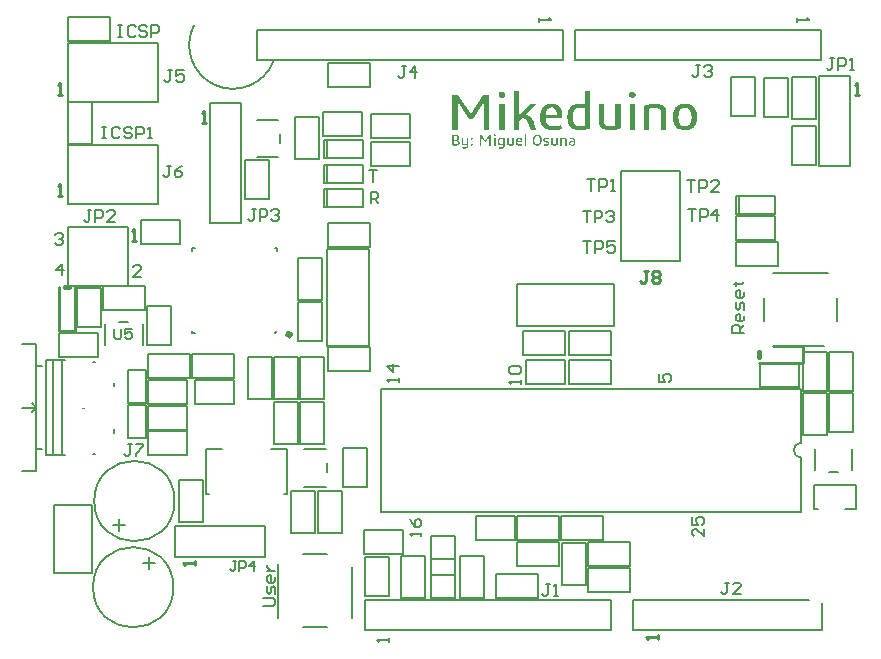
<source format=gto>
G04*
G04 #@! TF.GenerationSoftware,Altium Limited,Altium Designer,18.0.7 (293)*
G04*
G04 Layer_Color=65535*
%FSLAX25Y25*%
%MOIN*%
G70*
G01*
G75*
%ADD10C,0.00787*%
%ADD11C,0.01968*%
%ADD12C,0.00315*%
%ADD13C,0.01000*%
%ADD14C,0.01575*%
G36*
X193288Y184444D02*
X193470Y184407D01*
X193671Y184335D01*
X193871Y184207D01*
X194053Y184025D01*
X194126Y183916D01*
X194181Y183788D01*
X194217Y183624D01*
X194235Y183442D01*
Y183424D01*
Y183369D01*
X194217Y183278D01*
X194199Y183169D01*
X194162Y183041D01*
X194108Y182913D01*
X194035Y182804D01*
X193944Y182695D01*
X193926Y182677D01*
X193889Y182658D01*
X193816Y182622D01*
X193725Y182567D01*
X193616Y182513D01*
X193470Y182476D01*
X193306Y182458D01*
X193106Y182440D01*
X193015D01*
X192924Y182458D01*
X192814Y182476D01*
X192541Y182549D01*
X192413Y182604D01*
X192286Y182695D01*
X192268Y182713D01*
X192249Y182749D01*
X192195Y182804D01*
X192140Y182877D01*
X192085Y182986D01*
X192049Y183114D01*
X192013Y183278D01*
X191994Y183442D01*
Y183460D01*
Y183515D01*
X192013Y183606D01*
X192031Y183715D01*
X192067Y183843D01*
X192122Y183970D01*
X192195Y184080D01*
X192286Y184189D01*
X192304Y184207D01*
X192341Y184225D01*
X192413Y184280D01*
X192505Y184335D01*
X192614Y184371D01*
X192760Y184426D01*
X192924Y184444D01*
X193106Y184462D01*
X193215D01*
X193288Y184444D01*
D02*
G37*
G36*
X149852Y184444D02*
X150034Y184407D01*
X150234Y184335D01*
X150435Y184207D01*
X150617Y184025D01*
X150690Y183916D01*
X150744Y183788D01*
X150781Y183624D01*
X150799Y183442D01*
Y183424D01*
Y183369D01*
X150781Y183278D01*
X150762Y183169D01*
X150726Y183041D01*
X150671Y182913D01*
X150599Y182804D01*
X150507Y182695D01*
X150489Y182677D01*
X150453Y182658D01*
X150380Y182622D01*
X150289Y182567D01*
X150179Y182513D01*
X150034Y182476D01*
X149870Y182458D01*
X149669Y182440D01*
X149578D01*
X149487Y182458D01*
X149378Y182476D01*
X149104Y182549D01*
X148977Y182604D01*
X148849Y182695D01*
X148831Y182713D01*
X148813Y182749D01*
X148758Y182804D01*
X148704Y182877D01*
X148649Y182986D01*
X148612Y183114D01*
X148576Y183278D01*
X148558Y183442D01*
Y183460D01*
Y183515D01*
X148576Y183606D01*
X148594Y183715D01*
X148631Y183843D01*
X148685Y183970D01*
X148758Y184080D01*
X148849Y184189D01*
X148868Y184207D01*
X148904Y184225D01*
X148977Y184280D01*
X149068Y184335D01*
X149177Y184371D01*
X149323Y184426D01*
X149487Y184444D01*
X149669Y184462D01*
X149779D01*
X149852Y184444D01*
D02*
G37*
G36*
X179167Y172145D02*
X179131D01*
X179022Y172109D01*
X178858Y172073D01*
X178639Y172036D01*
X178366Y171982D01*
X178056Y171927D01*
X177710Y171872D01*
X177346Y171818D01*
X177309D01*
X177254Y171799D01*
X177181D01*
X176981Y171763D01*
X176726Y171745D01*
X176453Y171708D01*
X176125Y171672D01*
X175487Y171653D01*
X175341D01*
X175177Y171672D01*
X174977D01*
X174740Y171708D01*
X174467Y171745D01*
X174193Y171781D01*
X173920Y171854D01*
X173884Y171872D01*
X173793Y171890D01*
X173665Y171945D01*
X173501Y172018D01*
X173301Y172109D01*
X173082Y172237D01*
X172882Y172382D01*
X172663Y172565D01*
X172645Y172583D01*
X172572Y172656D01*
X172481Y172783D01*
X172353Y172929D01*
X172207Y173129D01*
X172080Y173366D01*
X171934Y173640D01*
X171807Y173949D01*
Y173968D01*
X171788Y173986D01*
Y174040D01*
X171770Y174113D01*
X171715Y174295D01*
X171661Y174550D01*
X171606Y174860D01*
X171570Y175225D01*
X171533Y175644D01*
X171515Y176118D01*
Y176136D01*
Y176172D01*
Y176245D01*
Y176318D01*
X171533Y176427D01*
Y176555D01*
X171552Y176846D01*
X171588Y177174D01*
X171643Y177502D01*
X171715Y177848D01*
X171807Y178176D01*
Y178194D01*
X171825Y178213D01*
X171861Y178322D01*
X171934Y178468D01*
X172025Y178650D01*
X172153Y178869D01*
X172299Y179087D01*
X172462Y179306D01*
X172645Y179506D01*
X172663Y179525D01*
X172736Y179597D01*
X172845Y179689D01*
X172991Y179798D01*
X173173Y179907D01*
X173392Y180035D01*
X173629Y180144D01*
X173884Y180235D01*
X173920Y180253D01*
X174011Y180272D01*
X174157Y180308D01*
X174339Y180363D01*
X174576Y180399D01*
X174831Y180436D01*
X175123Y180454D01*
X175414Y180472D01*
X175724D01*
X175888Y180454D01*
X176052Y180436D01*
X176398Y180399D01*
X176416D01*
X176489Y180381D01*
X176580Y180363D01*
X176708Y180344D01*
X176854Y180326D01*
X177017Y180290D01*
X177382Y180217D01*
Y184644D01*
X179167D01*
Y172145D01*
D02*
G37*
G36*
X145497Y171836D02*
X143693D01*
Y181000D01*
X140013Y175480D01*
X138555D01*
X134911Y181000D01*
Y171836D01*
X133071D01*
Y183496D01*
X135075D01*
X139284Y177192D01*
X143493Y183496D01*
X145497D01*
Y171836D01*
D02*
G37*
G36*
X189243Y172273D02*
X189207Y172255D01*
X189116Y172237D01*
X188970Y172182D01*
X188769Y172127D01*
X188514Y172054D01*
X188223Y171982D01*
X187913Y171909D01*
X187549Y171836D01*
X187512D01*
X187458Y171818D01*
X187385Y171799D01*
X187184Y171781D01*
X186947Y171745D01*
X186638Y171708D01*
X186310Y171690D01*
X185945Y171653D01*
X185308D01*
X185125Y171672D01*
X184925Y171690D01*
X184688Y171708D01*
X184178Y171799D01*
X184142D01*
X184069Y171836D01*
X183941Y171872D01*
X183777Y171909D01*
X183595Y171982D01*
X183395Y172073D01*
X183194Y172164D01*
X182994Y172291D01*
X182975Y172310D01*
X182921Y172364D01*
X182830Y172437D01*
X182720Y172546D01*
X182593Y172674D01*
X182465Y172838D01*
X182319Y173020D01*
X182210Y173221D01*
X182192Y173257D01*
X182174Y173330D01*
X182119Y173457D01*
X182083Y173640D01*
X182028Y173840D01*
X181973Y174095D01*
X181955Y174387D01*
X181937Y174696D01*
Y180290D01*
X183704D01*
Y174678D01*
Y174660D01*
Y174605D01*
Y174514D01*
X183722Y174405D01*
X183759Y174150D01*
X183850Y173876D01*
Y173858D01*
X183886Y173822D01*
X183905Y173767D01*
X183959Y173694D01*
X184087Y173512D01*
X184251Y173348D01*
X184269D01*
X184306Y173312D01*
X184360Y173275D01*
X184433Y173239D01*
X184634Y173148D01*
X184870Y173075D01*
X184889D01*
X184925Y173056D01*
X184998D01*
X185089Y173038D01*
X185198Y173020D01*
X185326D01*
X185617Y173002D01*
X185800D01*
X185927Y173020D01*
X186073D01*
X186255Y173038D01*
X186619Y173075D01*
X186638D01*
X186711Y173093D01*
X186802Y173111D01*
X186911Y173129D01*
X187203Y173184D01*
X187476Y173239D01*
Y180290D01*
X189243D01*
Y172273D01*
D02*
G37*
G36*
X201268Y180454D02*
X201487Y180436D01*
X201742Y180399D01*
X202252Y180308D01*
X202289D01*
X202361Y180272D01*
X202489Y180235D01*
X202653Y180199D01*
X202835Y180126D01*
X203036Y180035D01*
X203236Y179944D01*
X203418Y179816D01*
X203436Y179798D01*
X203509Y179761D01*
X203601Y179689D01*
X203710Y179579D01*
X203837Y179452D01*
X203965Y179288D01*
X204092Y179105D01*
X204202Y178905D01*
X204220Y178887D01*
X204256Y178796D01*
X204293Y178668D01*
X204347Y178504D01*
X204402Y178304D01*
X204457Y178067D01*
X204475Y177794D01*
X204493Y177484D01*
Y171836D01*
X202726D01*
Y177411D01*
Y177429D01*
Y177502D01*
Y177593D01*
X202708Y177703D01*
X202653Y177958D01*
X202562Y178231D01*
Y178249D01*
X202544Y178286D01*
X202507Y178358D01*
X202453Y178431D01*
X202325Y178595D01*
X202143Y178759D01*
X202125Y178778D01*
X202106Y178796D01*
X202052Y178832D01*
X201979Y178869D01*
X201779Y178960D01*
X201523Y179033D01*
X201505D01*
X201469Y179051D01*
X201378Y179069D01*
X201287Y179087D01*
X201177D01*
X201031Y179105D01*
X200740Y179124D01*
X200558D01*
X200430Y179105D01*
X200266D01*
X200102Y179087D01*
X199720Y179033D01*
X199701D01*
X199628Y179014D01*
X199537Y178996D01*
X199410Y178978D01*
X199264Y178960D01*
X199100Y178923D01*
X198790Y178850D01*
Y171836D01*
X197023D01*
Y179816D01*
X197041D01*
X197078Y179834D01*
X197151Y179852D01*
X197242Y179889D01*
X197351Y179925D01*
X197479Y179962D01*
X197770Y180035D01*
X197788D01*
X197843Y180053D01*
X197934Y180071D01*
X198043Y180108D01*
X198189Y180126D01*
X198353Y180162D01*
X198699Y180235D01*
X198717D01*
X198790Y180253D01*
X198881Y180272D01*
X199009Y180290D01*
X199173Y180326D01*
X199337Y180344D01*
X199720Y180399D01*
X199738D01*
X199811Y180417D01*
X199920D01*
X200066Y180436D01*
X200212Y180454D01*
X200394D01*
X200776Y180472D01*
X201068D01*
X201268Y180454D01*
D02*
G37*
G36*
X193999Y171836D02*
X192231D01*
Y180290D01*
X193999D01*
Y171836D01*
D02*
G37*
G36*
X155372Y176354D02*
X159125Y180290D01*
X161057D01*
X157814Y176883D01*
X157832D01*
X157850Y176865D01*
X157905Y176846D01*
X157978Y176828D01*
X158160Y176755D01*
X158397Y176664D01*
X158652Y176537D01*
X158907Y176354D01*
X159180Y176154D01*
X159417Y175899D01*
X159453Y175862D01*
X159526Y175771D01*
X159636Y175626D01*
X159763Y175407D01*
X159927Y175170D01*
X160091Y174879D01*
X160237Y174550D01*
X160383Y174186D01*
X161184Y171836D01*
X159271D01*
X158524Y174004D01*
Y174022D01*
X158506Y174040D01*
X158470Y174150D01*
X158397Y174295D01*
X158306Y174496D01*
X158196Y174696D01*
X158051Y174897D01*
X157887Y175097D01*
X157704Y175261D01*
X157686Y175279D01*
X157613Y175316D01*
X157522Y175389D01*
X157376Y175461D01*
X157212Y175534D01*
X157012Y175607D01*
X156775Y175680D01*
X156538Y175717D01*
X155372Y174605D01*
Y171836D01*
X153605D01*
Y184644D01*
X155372D01*
Y176354D01*
D02*
G37*
G36*
X150562Y171836D02*
X148795D01*
Y180290D01*
X150562D01*
Y171836D01*
D02*
G37*
G36*
X210998Y180454D02*
X211162Y180436D01*
X211362Y180417D01*
X211563Y180381D01*
X211781Y180344D01*
X212255Y180217D01*
X212510Y180144D01*
X212765Y180035D01*
X213002Y179907D01*
X213239Y179780D01*
X213457Y179616D01*
X213658Y179434D01*
X213676Y179415D01*
X213713Y179379D01*
X213749Y179324D01*
X213822Y179233D01*
X213895Y179124D01*
X213986Y178978D01*
X214095Y178814D01*
X214186Y178632D01*
X214277Y178395D01*
X214387Y178158D01*
X214478Y177885D01*
X214551Y177575D01*
X214624Y177247D01*
X214678Y176883D01*
X214697Y176482D01*
X214715Y176063D01*
Y176045D01*
Y175953D01*
Y175844D01*
X214697Y175680D01*
X214678Y175480D01*
X214660Y175261D01*
X214624Y175024D01*
X214587Y174751D01*
X214460Y174204D01*
X214369Y173913D01*
X214277Y173640D01*
X214150Y173366D01*
X214004Y173111D01*
X213840Y172892D01*
X213658Y172674D01*
X213640Y172656D01*
X213603Y172637D01*
X213549Y172583D01*
X213457Y172510D01*
X213366Y172437D01*
X213221Y172346D01*
X213075Y172255D01*
X212893Y172164D01*
X212692Y172073D01*
X212474Y171982D01*
X212237Y171890D01*
X211964Y171818D01*
X211672Y171745D01*
X211362Y171690D01*
X211034Y171672D01*
X210688Y171653D01*
X210506D01*
X210378Y171672D01*
X210214Y171690D01*
X210014Y171708D01*
X209813Y171745D01*
X209595Y171781D01*
X209121Y171909D01*
X208629Y172091D01*
X208374Y172200D01*
X208137Y172346D01*
X207919Y172492D01*
X207718Y172674D01*
X207700Y172692D01*
X207682Y172729D01*
X207627Y172783D01*
X207554Y172874D01*
X207481Y172984D01*
X207390Y173129D01*
X207299Y173293D01*
X207208Y173494D01*
X207117Y173712D01*
X207026Y173949D01*
X206935Y174241D01*
X206862Y174550D01*
X206789Y174879D01*
X206734Y175243D01*
X206716Y175644D01*
X206698Y176063D01*
Y176081D01*
Y176172D01*
Y176281D01*
X206716Y176445D01*
X206734Y176628D01*
X206753Y176865D01*
X206789Y177101D01*
X206825Y177356D01*
X206953Y177903D01*
X207135Y178468D01*
X207244Y178741D01*
X207390Y178996D01*
X207536Y179233D01*
X207718Y179434D01*
X207736Y179452D01*
X207773Y179470D01*
X207827Y179525D01*
X207919Y179597D01*
X208010Y179670D01*
X208155Y179761D01*
X208301Y179852D01*
X208483Y179962D01*
X208684Y180053D01*
X208903Y180144D01*
X209139Y180235D01*
X209413Y180308D01*
X209704Y180381D01*
X210014Y180436D01*
X210342Y180454D01*
X210688Y180472D01*
X210870D01*
X210998Y180454D01*
D02*
G37*
G36*
X166632D02*
X166851Y180436D01*
X167088Y180417D01*
X167343Y180363D01*
X167598Y180308D01*
X167853Y180217D01*
X167889Y180199D01*
X167962Y180162D01*
X168090Y180108D01*
X168236Y180035D01*
X168400Y179925D01*
X168582Y179798D01*
X168764Y179652D01*
X168928Y179488D01*
X168946Y179470D01*
X169001Y179415D01*
X169074Y179306D01*
X169165Y179178D01*
X169274Y179014D01*
X169383Y178832D01*
X169474Y178614D01*
X169565Y178377D01*
X169584Y178340D01*
X169602Y178267D01*
X169638Y178140D01*
X169675Y177958D01*
X169711Y177739D01*
X169748Y177502D01*
X169784Y177229D01*
Y176937D01*
Y175553D01*
X164282D01*
Y175516D01*
Y175443D01*
Y175334D01*
X164300Y175170D01*
X164318Y175006D01*
X164336Y174806D01*
X164427Y174423D01*
Y174405D01*
X164464Y174350D01*
X164482Y174259D01*
X164537Y174150D01*
X164683Y173895D01*
X164883Y173621D01*
X164901Y173603D01*
X164938Y173567D01*
X165010Y173512D01*
X165120Y173439D01*
X165229Y173366D01*
X165375Y173293D01*
X165539Y173221D01*
X165721Y173148D01*
X165739D01*
X165812Y173129D01*
X165940Y173111D01*
X166086Y173075D01*
X166286Y173056D01*
X166505Y173020D01*
X166778Y173002D01*
X167434D01*
X167671Y173020D01*
X167725D01*
X167798Y173038D01*
X167889D01*
X168090Y173056D01*
X168327Y173093D01*
X168345D01*
X168381Y173111D01*
X168454D01*
X168527Y173129D01*
X168727Y173166D01*
X168946Y173202D01*
X168964D01*
X169001Y173221D01*
X169055D01*
X169110Y173239D01*
X169274Y173275D01*
X169438Y173312D01*
X169584Y172018D01*
X169565D01*
X169493Y172000D01*
X169383Y171963D01*
X169238Y171927D01*
X169055Y171890D01*
X168855Y171854D01*
X168600Y171799D01*
X168345Y171763D01*
X168308D01*
X168217Y171745D01*
X168071Y171726D01*
X167889Y171708D01*
X167671Y171690D01*
X167416Y171672D01*
X167142Y171653D01*
X166705D01*
X166505Y171672D01*
X166268D01*
X165976Y171690D01*
X165685Y171726D01*
X165047Y171836D01*
X165010Y171854D01*
X164919Y171872D01*
X164755Y171927D01*
X164573Y172000D01*
X164336Y172091D01*
X164118Y172218D01*
X163881Y172364D01*
X163644Y172528D01*
X163626Y172546D01*
X163553Y172619D01*
X163444Y172729D01*
X163316Y172892D01*
X163170Y173075D01*
X163006Y173312D01*
X162861Y173585D01*
X162733Y173876D01*
Y173895D01*
X162715Y173913D01*
X162697Y173968D01*
X162678Y174040D01*
X162642Y174223D01*
X162587Y174478D01*
X162514Y174787D01*
X162478Y175152D01*
X162442Y175589D01*
X162423Y176063D01*
Y176081D01*
Y176118D01*
Y176190D01*
Y176263D01*
Y176373D01*
X162442Y176500D01*
X162460Y176773D01*
X162478Y177101D01*
X162533Y177447D01*
X162587Y177794D01*
X162678Y178122D01*
Y178140D01*
X162697Y178158D01*
X162733Y178267D01*
X162788Y178413D01*
X162879Y178614D01*
X162988Y178832D01*
X163134Y179069D01*
X163280Y179288D01*
X163462Y179488D01*
X163480Y179506D01*
X163553Y179579D01*
X163662Y179670D01*
X163808Y179780D01*
X163990Y179889D01*
X164209Y180017D01*
X164446Y180144D01*
X164701Y180235D01*
X164737Y180253D01*
X164828Y180272D01*
X164974Y180308D01*
X165174Y180363D01*
X165411Y180399D01*
X165685Y180436D01*
X165994Y180454D01*
X166322Y180472D01*
X166468D01*
X166632Y180454D01*
D02*
G37*
G36*
X147338Y170314D02*
X147392Y170303D01*
X147452Y170281D01*
X147513Y170243D01*
X147567Y170188D01*
X147589Y170155D01*
X147605Y170117D01*
X147616Y170068D01*
X147622Y170013D01*
Y170008D01*
Y169992D01*
X147616Y169964D01*
X147611Y169931D01*
X147600Y169893D01*
X147583Y169855D01*
X147562Y169822D01*
X147534Y169790D01*
X147529Y169784D01*
X147518Y169779D01*
X147496Y169768D01*
X147469Y169751D01*
X147436Y169735D01*
X147392Y169724D01*
X147343Y169719D01*
X147283Y169713D01*
X147256D01*
X147229Y169719D01*
X147196Y169724D01*
X147114Y169746D01*
X147076Y169762D01*
X147038Y169790D01*
X147032Y169795D01*
X147027Y169806D01*
X147010Y169822D01*
X146994Y169844D01*
X146977Y169877D01*
X146967Y169915D01*
X146956Y169964D01*
X146950Y170013D01*
Y170019D01*
Y170035D01*
X146956Y170063D01*
X146961Y170095D01*
X146972Y170134D01*
X146988Y170172D01*
X147010Y170204D01*
X147038Y170237D01*
X147043Y170243D01*
X147054Y170248D01*
X147076Y170265D01*
X147103Y170281D01*
X147136Y170292D01*
X147179Y170308D01*
X147229Y170314D01*
X147283Y170319D01*
X147316D01*
X147338Y170314D01*
D02*
G37*
G36*
X164810Y169118D02*
X164875Y169113D01*
X165012Y169102D01*
X165045D01*
X165077Y169096D01*
X165121Y169091D01*
X165170Y169085D01*
X165225Y169080D01*
X165274Y169069D01*
X165323Y169063D01*
X165279Y168670D01*
X165274D01*
X165258Y168676D01*
X165230Y168681D01*
X165198Y168687D01*
X165154Y168692D01*
X165105Y168703D01*
X165045Y168709D01*
X164985Y168714D01*
X164979D01*
X164957Y168719D01*
X164919D01*
X164875Y168725D01*
X164821Y168730D01*
X164761D01*
X164695Y168736D01*
X164581D01*
X164526Y168730D01*
X164466D01*
X164395Y168719D01*
X164324Y168709D01*
X164253Y168698D01*
X164187Y168676D01*
X164182Y168670D01*
X164166Y168665D01*
X164138Y168649D01*
X164111Y168627D01*
X164078Y168594D01*
X164056Y168556D01*
X164034Y168507D01*
X164029Y168446D01*
Y168441D01*
Y168430D01*
X164034Y168414D01*
X164040Y168386D01*
X164056Y168359D01*
X164073Y168332D01*
X164100Y168299D01*
X164133Y168266D01*
X164138Y168261D01*
X164149Y168255D01*
X164176Y168239D01*
X164204Y168217D01*
X164242Y168195D01*
X164286Y168168D01*
X164335Y168141D01*
X164389Y168113D01*
X164395Y168108D01*
X164417Y168103D01*
X164450Y168086D01*
X164493Y168064D01*
X164542Y168042D01*
X164597Y168015D01*
X164728Y167955D01*
X164739Y167950D01*
X164761Y167939D01*
X164794Y167922D01*
X164843Y167900D01*
X164892Y167873D01*
X164952Y167840D01*
X165067Y167764D01*
X165072Y167759D01*
X165094Y167742D01*
X165121Y167720D01*
X165159Y167693D01*
X165198Y167655D01*
X165247Y167611D01*
X165329Y167507D01*
X165334Y167502D01*
X165345Y167480D01*
X165361Y167453D01*
X165383Y167409D01*
X165405Y167360D01*
X165421Y167300D01*
X165432Y167234D01*
X165438Y167158D01*
Y167152D01*
Y167125D01*
X165432Y167092D01*
X165427Y167049D01*
X165416Y166999D01*
X165405Y166945D01*
X165383Y166890D01*
X165356Y166841D01*
X165350Y166836D01*
X165340Y166819D01*
X165323Y166797D01*
X165301Y166770D01*
X165269Y166737D01*
X165236Y166699D01*
X165192Y166666D01*
X165143Y166634D01*
X165137Y166628D01*
X165121Y166623D01*
X165088Y166606D01*
X165050Y166590D01*
X165001Y166568D01*
X164946Y166552D01*
X164886Y166535D01*
X164815Y166519D01*
X164804D01*
X164783Y166514D01*
X164744Y166508D01*
X164695Y166503D01*
X164635Y166492D01*
X164564Y166486D01*
X164493Y166481D01*
X164319D01*
X164258Y166486D01*
X164182Y166492D01*
X164100Y166497D01*
X163925Y166519D01*
X163914D01*
X163887Y166525D01*
X163843Y166535D01*
X163789Y166541D01*
X163729Y166557D01*
X163663Y166574D01*
X163592Y166590D01*
X163532Y166612D01*
X163587Y167010D01*
X163592D01*
X163598Y167005D01*
X163614Y166999D01*
X163636Y166994D01*
X163691Y166978D01*
X163756Y166961D01*
X163761D01*
X163772Y166956D01*
X163794D01*
X163822Y166950D01*
X163887Y166934D01*
X163964Y166918D01*
X163980D01*
X164002Y166912D01*
X164034Y166907D01*
X164100Y166901D01*
X164182Y166890D01*
X164253D01*
X164324Y166885D01*
X164439D01*
X164482Y166890D01*
X164537D01*
X164592Y166896D01*
X164652Y166907D01*
X164712Y166923D01*
X164761Y166939D01*
X164766Y166945D01*
X164783Y166950D01*
X164799Y166967D01*
X164826Y166989D01*
X164848Y167016D01*
X164865Y167054D01*
X164881Y167103D01*
X164886Y167158D01*
Y167163D01*
Y167180D01*
X164881Y167202D01*
X164875Y167229D01*
X164859Y167262D01*
X164843Y167294D01*
X164815Y167333D01*
X164783Y167365D01*
X164777Y167371D01*
X164766Y167382D01*
X164739Y167398D01*
X164712Y167420D01*
X164673Y167442D01*
X164630Y167469D01*
X164575Y167502D01*
X164521Y167529D01*
X164515Y167535D01*
X164493Y167545D01*
X164460Y167562D01*
X164422Y167578D01*
X164373Y167606D01*
X164313Y167633D01*
X164253Y167660D01*
X164187Y167687D01*
X164182Y167693D01*
X164160Y167704D01*
X164122Y167720D01*
X164078Y167742D01*
X164029Y167769D01*
X163974Y167797D01*
X163854Y167868D01*
X163849Y167873D01*
X163827Y167884D01*
X163800Y167906D01*
X163767Y167933D01*
X163723Y167966D01*
X163680Y168010D01*
X163598Y168103D01*
X163592Y168108D01*
X163581Y168124D01*
X163565Y168157D01*
X163549Y168195D01*
X163532Y168244D01*
X163516Y168299D01*
X163505Y168359D01*
X163499Y168430D01*
Y168441D01*
Y168463D01*
X163505Y168501D01*
X163510Y168550D01*
X163521Y168605D01*
X163538Y168659D01*
X163559Y168714D01*
X163587Y168769D01*
X163592Y168774D01*
X163603Y168790D01*
X163625Y168818D01*
X163652Y168845D01*
X163685Y168883D01*
X163723Y168916D01*
X163772Y168949D01*
X163827Y168982D01*
X163832Y168987D01*
X163854Y168992D01*
X163887Y169009D01*
X163931Y169025D01*
X163985Y169042D01*
X164051Y169058D01*
X164116Y169074D01*
X164193Y169091D01*
X164204D01*
X164231Y169096D01*
X164269Y169102D01*
X164324Y169107D01*
X164389Y169113D01*
X164466Y169118D01*
X164548Y169123D01*
X164750D01*
X164810Y169118D01*
D02*
G37*
G36*
X139678Y169118D02*
X139716Y169113D01*
X139754Y169102D01*
X139798Y169091D01*
X139836Y169069D01*
X139874Y169042D01*
X139880Y169036D01*
X139890Y169025D01*
X139901Y169009D01*
X139923Y168987D01*
X139940Y168954D01*
X139951Y168916D01*
X139961Y168872D01*
X139967Y168818D01*
Y168812D01*
Y168796D01*
X139961Y168769D01*
X139956Y168736D01*
X139945Y168703D01*
X139929Y168665D01*
X139907Y168627D01*
X139874Y168594D01*
X139869Y168588D01*
X139858Y168583D01*
X139836Y168572D01*
X139808Y168556D01*
X139770Y168539D01*
X139727Y168528D01*
X139678Y168523D01*
X139623Y168517D01*
X139596D01*
X139568Y168523D01*
X139535Y168528D01*
X139454Y168550D01*
X139415Y168567D01*
X139377Y168594D01*
X139372Y168599D01*
X139361Y168610D01*
X139350Y168627D01*
X139333Y168654D01*
X139312Y168687D01*
X139301Y168725D01*
X139290Y168769D01*
X139284Y168818D01*
Y168823D01*
Y168840D01*
X139290Y168867D01*
X139295Y168900D01*
X139306Y168938D01*
X139323Y168976D01*
X139344Y169009D01*
X139377Y169042D01*
X139383Y169047D01*
X139394Y169053D01*
X139415Y169069D01*
X139443Y169085D01*
X139476Y169096D01*
X139519Y169113D01*
X139568Y169118D01*
X139623Y169123D01*
X139650D01*
X139678Y169118D01*
D02*
G37*
G36*
X146033Y166535D02*
X145492D01*
Y169282D01*
X144389Y167627D01*
X143953D01*
X142861Y169282D01*
Y166535D01*
X142309D01*
Y170030D01*
X142910D01*
X144171Y168141D01*
X145432Y170030D01*
X146033D01*
Y166535D01*
D02*
G37*
G36*
X173147Y169118D02*
X173207Y169113D01*
X173278Y169107D01*
X173431Y169080D01*
X173442D01*
X173464Y169074D01*
X173502Y169063D01*
X173551Y169047D01*
X173606Y169031D01*
X173666Y169009D01*
X173726Y168976D01*
X173781Y168943D01*
X173786Y168938D01*
X173808Y168927D01*
X173835Y168905D01*
X173868Y168872D01*
X173906Y168840D01*
X173944Y168796D01*
X173988Y168741D01*
X174021Y168687D01*
X174026Y168681D01*
X174037Y168659D01*
X174048Y168627D01*
X174070Y168583D01*
X174086Y168523D01*
X174097Y168457D01*
X174108Y168381D01*
X174114Y168294D01*
Y166656D01*
X174103D01*
X174075Y166645D01*
X174037Y166634D01*
X173977Y166623D01*
X173906Y166606D01*
X173824Y166585D01*
X173732Y166563D01*
X173628Y166541D01*
X173617D01*
X173600Y166535D01*
X173579Y166530D01*
X173524Y166525D01*
X173448Y166514D01*
X173360Y166503D01*
X173257Y166492D01*
X173147Y166486D01*
X173027Y166481D01*
X172951D01*
X172896Y166486D01*
X172831Y166492D01*
X172765Y166497D01*
X172618Y166525D01*
X172607D01*
X172585Y166530D01*
X172552Y166541D01*
X172503Y166557D01*
X172454Y166574D01*
X172399Y166601D01*
X172339Y166628D01*
X172285Y166661D01*
X172279Y166666D01*
X172263Y166677D01*
X172235Y166699D01*
X172208Y166732D01*
X172175Y166765D01*
X172137Y166808D01*
X172104Y166858D01*
X172072Y166912D01*
X172066Y166918D01*
X172061Y166939D01*
X172050Y166978D01*
X172033Y167021D01*
X172017Y167081D01*
X172006Y167147D01*
X172001Y167223D01*
X171995Y167311D01*
Y167322D01*
Y167349D01*
X172001Y167387D01*
X172006Y167436D01*
X172017Y167496D01*
X172028Y167557D01*
X172050Y167616D01*
X172077Y167677D01*
X172083Y167682D01*
X172093Y167704D01*
X172110Y167726D01*
X172137Y167764D01*
X172170Y167797D01*
X172214Y167840D01*
X172257Y167879D01*
X172306Y167911D01*
X172312Y167917D01*
X172334Y167928D01*
X172361Y167944D01*
X172399Y167961D01*
X172448Y167982D01*
X172508Y168004D01*
X172569Y168026D01*
X172640Y168042D01*
X172650D01*
X172672Y168048D01*
X172711Y168053D01*
X172760Y168064D01*
X172820Y168070D01*
X172885Y168075D01*
X173033Y168081D01*
X173136D01*
X173180Y168075D01*
X173229D01*
X173333Y168064D01*
X173355D01*
X173382Y168059D01*
X173415D01*
X173497Y168048D01*
X173584Y168032D01*
Y168277D01*
Y168283D01*
Y168288D01*
Y168321D01*
X173573Y168365D01*
X173562Y168425D01*
X173540Y168485D01*
X173513Y168545D01*
X173469Y168594D01*
X173409Y168638D01*
X173404Y168643D01*
X173377Y168654D01*
X173344Y168665D01*
X173295Y168687D01*
X173229Y168703D01*
X173158Y168714D01*
X173076Y168725D01*
X172984Y168730D01*
X172918D01*
X172869Y168725D01*
X172814D01*
X172749Y168719D01*
X172612Y168698D01*
X172607D01*
X172579Y168692D01*
X172547Y168687D01*
X172503Y168676D01*
X172448Y168665D01*
X172394Y168654D01*
X172279Y168632D01*
X172241Y169031D01*
X172246D01*
X172268Y169036D01*
X172306Y169047D01*
X172350Y169053D01*
X172405Y169063D01*
X172470Y169074D01*
X172536Y169085D01*
X172612Y169096D01*
X172623D01*
X172645Y169102D01*
X172689Y169107D01*
X172738Y169113D01*
X172798D01*
X172863Y169118D01*
X173011Y169123D01*
X173093D01*
X173147Y169118D01*
D02*
G37*
G36*
X138454Y166525D02*
Y166519D01*
Y166514D01*
Y166497D01*
Y166475D01*
X138449Y166421D01*
X138444Y166355D01*
X138433Y166279D01*
X138422Y166197D01*
X138400Y166115D01*
X138373Y166039D01*
X138367Y166028D01*
X138356Y166006D01*
X138340Y165968D01*
X138318Y165924D01*
X138285Y165875D01*
X138247Y165820D01*
X138203Y165771D01*
X138149Y165722D01*
X138143Y165716D01*
X138121Y165700D01*
X138089Y165684D01*
X138050Y165656D01*
X137996Y165629D01*
X137930Y165596D01*
X137859Y165569D01*
X137783Y165547D01*
X137772D01*
X137745Y165536D01*
X137701Y165531D01*
X137641Y165520D01*
X137570Y165509D01*
X137488Y165504D01*
X137395Y165493D01*
X137215D01*
X137155Y165498D01*
X137084Y165504D01*
X137002Y165509D01*
X136915Y165520D01*
X136822Y165536D01*
X136811D01*
X136778Y165542D01*
X136734Y165553D01*
X136674Y165564D01*
X136609Y165575D01*
X136532Y165591D01*
X136461Y165607D01*
X136391Y165624D01*
X136451Y166017D01*
X136456D01*
X136483Y166011D01*
X136516Y166000D01*
X136565Y165989D01*
X136625Y165979D01*
X136696Y165962D01*
X136773Y165951D01*
X136855Y165935D01*
X136866D01*
X136893Y165929D01*
X136937Y165924D01*
X136997Y165919D01*
X137062Y165908D01*
X137133Y165902D01*
X137280Y165897D01*
X137335D01*
X137395Y165902D01*
X137472Y165913D01*
X137548Y165929D01*
X137630Y165951D01*
X137706Y165984D01*
X137772Y166028D01*
X137777Y166033D01*
X137794Y166050D01*
X137821Y166082D01*
X137848Y166126D01*
X137876Y166186D01*
X137903Y166262D01*
X137919Y166350D01*
X137925Y166454D01*
Y166595D01*
X137919D01*
X137903Y166590D01*
X137870Y166585D01*
X137837Y166579D01*
X137794Y166574D01*
X137745Y166568D01*
X137635Y166552D01*
X137614D01*
X137581Y166546D01*
X137548D01*
X137504Y166541D01*
X137461D01*
X137357Y166535D01*
X137275D01*
X137221Y166541D01*
X137160Y166546D01*
X137089Y166552D01*
X136937Y166579D01*
X136926D01*
X136904Y166590D01*
X136866Y166601D01*
X136816Y166612D01*
X136762Y166634D01*
X136702Y166661D01*
X136642Y166688D01*
X136582Y166727D01*
X136576Y166732D01*
X136560Y166748D01*
X136532Y166770D01*
X136500Y166803D01*
X136461Y166841D01*
X136423Y166890D01*
X136380Y166945D01*
X136347Y167005D01*
X136341Y167016D01*
X136336Y167038D01*
X136320Y167076D01*
X136309Y167131D01*
X136292Y167191D01*
X136276Y167267D01*
X136270Y167354D01*
X136265Y167447D01*
Y169069D01*
X136795D01*
Y167447D01*
Y167442D01*
Y167425D01*
Y167398D01*
X136800Y167365D01*
X136811Y167283D01*
X136838Y167201D01*
Y167196D01*
X136849Y167185D01*
X136855Y167169D01*
X136871Y167147D01*
X136909Y167092D01*
X136958Y167043D01*
X136964D01*
X136975Y167032D01*
X136991Y167027D01*
X137013Y167010D01*
X137073Y166983D01*
X137144Y166961D01*
X137150D01*
X137160Y166956D01*
X137182D01*
X137209Y166950D01*
X137242Y166945D01*
X137280D01*
X137368Y166939D01*
X137423D01*
X137461Y166945D01*
X137504D01*
X137559Y166950D01*
X137668Y166961D01*
X137674D01*
X137696Y166967D01*
X137723Y166972D01*
X137756Y166978D01*
X137843Y166994D01*
X137925Y167016D01*
Y169069D01*
X138454D01*
Y166525D01*
D02*
G37*
G36*
X168244Y166666D02*
X168233Y166661D01*
X168206Y166656D01*
X168162Y166639D01*
X168102Y166623D01*
X168026Y166601D01*
X167938Y166579D01*
X167846Y166557D01*
X167736Y166535D01*
X167726D01*
X167709Y166530D01*
X167687Y166525D01*
X167627Y166519D01*
X167556Y166508D01*
X167463Y166497D01*
X167365Y166492D01*
X167256Y166481D01*
X167065D01*
X167010Y166486D01*
X166950Y166492D01*
X166879Y166497D01*
X166726Y166525D01*
X166715D01*
X166694Y166535D01*
X166655Y166546D01*
X166606Y166557D01*
X166552Y166579D01*
X166491Y166606D01*
X166431Y166634D01*
X166371Y166672D01*
X166366Y166677D01*
X166350Y166694D01*
X166322Y166716D01*
X166289Y166748D01*
X166251Y166787D01*
X166213Y166836D01*
X166169Y166890D01*
X166137Y166950D01*
X166131Y166961D01*
X166126Y166983D01*
X166109Y167021D01*
X166098Y167076D01*
X166082Y167136D01*
X166066Y167212D01*
X166060Y167300D01*
X166055Y167393D01*
Y169069D01*
X166584D01*
Y167387D01*
Y167382D01*
Y167365D01*
Y167338D01*
X166590Y167305D01*
X166601Y167229D01*
X166628Y167147D01*
Y167141D01*
X166639Y167131D01*
X166644Y167114D01*
X166661Y167092D01*
X166699Y167038D01*
X166748Y166989D01*
X166754D01*
X166764Y166978D01*
X166781Y166967D01*
X166803Y166956D01*
X166863Y166929D01*
X166934Y166907D01*
X166939D01*
X166950Y166901D01*
X166972D01*
X166999Y166896D01*
X167032Y166890D01*
X167070D01*
X167158Y166885D01*
X167212D01*
X167251Y166890D01*
X167294D01*
X167349Y166896D01*
X167458Y166907D01*
X167463D01*
X167485Y166912D01*
X167513Y166918D01*
X167545Y166923D01*
X167633Y166939D01*
X167715Y166956D01*
Y169069D01*
X168244D01*
Y166666D01*
D02*
G37*
G36*
X153606Y166666D02*
X153595Y166661D01*
X153568Y166656D01*
X153524Y166639D01*
X153464Y166623D01*
X153387Y166601D01*
X153300Y166579D01*
X153207Y166557D01*
X153098Y166535D01*
X153087D01*
X153071Y166530D01*
X153049Y166525D01*
X152989Y166519D01*
X152918Y166508D01*
X152825Y166497D01*
X152727Y166492D01*
X152618Y166481D01*
X152427D01*
X152372Y166486D01*
X152312Y166492D01*
X152241Y166497D01*
X152088Y166525D01*
X152077D01*
X152055Y166535D01*
X152017Y166546D01*
X151968Y166557D01*
X151913Y166579D01*
X151853Y166606D01*
X151793Y166634D01*
X151733Y166672D01*
X151728Y166677D01*
X151711Y166694D01*
X151684Y166716D01*
X151651Y166748D01*
X151613Y166787D01*
X151575Y166836D01*
X151531Y166890D01*
X151498Y166950D01*
X151493Y166961D01*
X151487Y166983D01*
X151471Y167021D01*
X151460Y167076D01*
X151444Y167136D01*
X151427Y167212D01*
X151422Y167300D01*
X151417Y167393D01*
Y169069D01*
X151946D01*
Y167387D01*
Y167382D01*
Y167365D01*
Y167338D01*
X151952Y167305D01*
X151962Y167229D01*
X151990Y167147D01*
Y167141D01*
X152001Y167131D01*
X152006Y167114D01*
X152023Y167092D01*
X152061Y167038D01*
X152110Y166989D01*
X152115D01*
X152126Y166978D01*
X152143Y166967D01*
X152164Y166956D01*
X152225Y166929D01*
X152295Y166907D01*
X152301D01*
X152312Y166901D01*
X152334D01*
X152361Y166896D01*
X152394Y166890D01*
X152432D01*
X152519Y166885D01*
X152574D01*
X152612Y166890D01*
X152656D01*
X152710Y166896D01*
X152820Y166907D01*
X152825D01*
X152847Y166912D01*
X152874Y166918D01*
X152907Y166923D01*
X152994Y166939D01*
X153076Y166956D01*
Y169069D01*
X153606D01*
Y166666D01*
D02*
G37*
G36*
X170412Y169118D02*
X170477Y169113D01*
X170554Y169102D01*
X170707Y169074D01*
X170718D01*
X170739Y169063D01*
X170778Y169053D01*
X170827Y169042D01*
X170881Y169020D01*
X170941Y168992D01*
X171002Y168965D01*
X171056Y168927D01*
X171062Y168921D01*
X171083Y168911D01*
X171111Y168889D01*
X171143Y168856D01*
X171182Y168818D01*
X171220Y168769D01*
X171258Y168714D01*
X171291Y168654D01*
X171296Y168649D01*
X171307Y168621D01*
X171318Y168583D01*
X171335Y168534D01*
X171351Y168474D01*
X171367Y168403D01*
X171373Y168321D01*
X171378Y168228D01*
Y166535D01*
X170849D01*
Y168206D01*
Y168212D01*
Y168234D01*
Y168261D01*
X170843Y168294D01*
X170827Y168370D01*
X170800Y168452D01*
Y168457D01*
X170794Y168468D01*
X170783Y168490D01*
X170767Y168512D01*
X170729Y168561D01*
X170674Y168610D01*
X170668Y168616D01*
X170663Y168621D01*
X170647Y168632D01*
X170625Y168643D01*
X170565Y168670D01*
X170488Y168692D01*
X170483D01*
X170472Y168698D01*
X170445Y168703D01*
X170417Y168709D01*
X170385D01*
X170341Y168714D01*
X170254Y168719D01*
X170199D01*
X170161Y168714D01*
X170112D01*
X170062Y168709D01*
X169948Y168692D01*
X169942D01*
X169920Y168687D01*
X169893Y168681D01*
X169855Y168676D01*
X169811Y168670D01*
X169762Y168659D01*
X169669Y168638D01*
Y166535D01*
X169140D01*
Y168927D01*
X169145D01*
X169156Y168932D01*
X169178Y168938D01*
X169205Y168949D01*
X169238Y168960D01*
X169276Y168971D01*
X169363Y168992D01*
X169369D01*
X169385Y168998D01*
X169413Y169003D01*
X169445Y169014D01*
X169489Y169020D01*
X169538Y169031D01*
X169642Y169053D01*
X169647D01*
X169669Y169058D01*
X169697Y169063D01*
X169735Y169069D01*
X169784Y169080D01*
X169833Y169085D01*
X169948Y169102D01*
X169953D01*
X169975Y169107D01*
X170008D01*
X170051Y169113D01*
X170095Y169118D01*
X170150D01*
X170264Y169123D01*
X170352D01*
X170412Y169118D01*
D02*
G37*
G36*
X157761Y166535D02*
X157231D01*
Y170374D01*
X157761D01*
Y166535D01*
D02*
G37*
G36*
X147551D02*
X147021D01*
Y169069D01*
X147551D01*
Y166535D01*
D02*
G37*
G36*
X139678Y167092D02*
X139716Y167087D01*
X139754Y167076D01*
X139798Y167065D01*
X139836Y167043D01*
X139874Y167016D01*
X139880Y167010D01*
X139890Y166999D01*
X139901Y166983D01*
X139923Y166961D01*
X139940Y166929D01*
X139951Y166890D01*
X139961Y166847D01*
X139967Y166792D01*
Y166787D01*
Y166770D01*
X139961Y166743D01*
X139956Y166710D01*
X139945Y166677D01*
X139929Y166639D01*
X139907Y166601D01*
X139874Y166568D01*
X139869Y166563D01*
X139858Y166557D01*
X139836Y166546D01*
X139808Y166530D01*
X139770Y166514D01*
X139727Y166503D01*
X139678Y166497D01*
X139623Y166492D01*
X139596D01*
X139568Y166497D01*
X139535Y166503D01*
X139454Y166525D01*
X139415Y166541D01*
X139377Y166568D01*
X139372Y166574D01*
X139361Y166585D01*
X139350Y166601D01*
X139333Y166628D01*
X139312Y166661D01*
X139301Y166699D01*
X139290Y166743D01*
X139284Y166792D01*
Y166797D01*
Y166814D01*
X139290Y166841D01*
X139295Y166874D01*
X139306Y166912D01*
X139323Y166950D01*
X139344Y166983D01*
X139377Y167016D01*
X139383Y167021D01*
X139394Y167027D01*
X139415Y167043D01*
X139443Y167060D01*
X139476Y167070D01*
X139519Y167087D01*
X139568Y167092D01*
X139623Y167098D01*
X139650D01*
X139678Y167092D01*
D02*
G37*
G36*
X155577Y169118D02*
X155642Y169113D01*
X155713Y169107D01*
X155790Y169091D01*
X155866Y169074D01*
X155943Y169047D01*
X155954Y169042D01*
X155976Y169031D01*
X156014Y169014D01*
X156058Y168992D01*
X156107Y168960D01*
X156161Y168921D01*
X156216Y168878D01*
X156265Y168829D01*
X156270Y168823D01*
X156287Y168807D01*
X156309Y168774D01*
X156336Y168736D01*
X156369Y168687D01*
X156401Y168632D01*
X156429Y168567D01*
X156456Y168496D01*
X156462Y168485D01*
X156467Y168463D01*
X156478Y168425D01*
X156489Y168370D01*
X156500Y168305D01*
X156511Y168234D01*
X156522Y168152D01*
Y168064D01*
Y167649D01*
X154873D01*
Y167638D01*
Y167616D01*
Y167584D01*
X154878Y167535D01*
X154884Y167485D01*
X154889Y167425D01*
X154916Y167311D01*
Y167305D01*
X154927Y167289D01*
X154933Y167262D01*
X154949Y167229D01*
X154993Y167152D01*
X155053Y167070D01*
X155058Y167065D01*
X155069Y167054D01*
X155091Y167038D01*
X155124Y167016D01*
X155157Y166994D01*
X155200Y166972D01*
X155249Y166950D01*
X155304Y166929D01*
X155309D01*
X155331Y166923D01*
X155369Y166918D01*
X155413Y166907D01*
X155473Y166901D01*
X155539Y166890D01*
X155621Y166885D01*
X155817D01*
X155888Y166890D01*
X155905D01*
X155926Y166896D01*
X155954D01*
X156014Y166901D01*
X156085Y166912D01*
X156090D01*
X156101Y166918D01*
X156123D01*
X156145Y166923D01*
X156205Y166934D01*
X156270Y166945D01*
X156276D01*
X156287Y166950D01*
X156303D01*
X156320Y166956D01*
X156369Y166967D01*
X156418Y166978D01*
X156462Y166590D01*
X156456D01*
X156434Y166585D01*
X156401Y166574D01*
X156358Y166563D01*
X156303Y166552D01*
X156243Y166541D01*
X156167Y166525D01*
X156090Y166514D01*
X156079D01*
X156052Y166508D01*
X156008Y166503D01*
X155954Y166497D01*
X155888Y166492D01*
X155812Y166486D01*
X155730Y166481D01*
X155599D01*
X155539Y166486D01*
X155468D01*
X155380Y166492D01*
X155293Y166503D01*
X155102Y166535D01*
X155091Y166541D01*
X155064Y166546D01*
X155015Y166563D01*
X154960Y166585D01*
X154889Y166612D01*
X154824Y166650D01*
X154753Y166694D01*
X154682Y166743D01*
X154676Y166748D01*
X154654Y166770D01*
X154622Y166803D01*
X154583Y166852D01*
X154540Y166907D01*
X154490Y166978D01*
X154447Y167060D01*
X154409Y167147D01*
Y167152D01*
X154403Y167158D01*
X154398Y167174D01*
X154392Y167196D01*
X154381Y167251D01*
X154365Y167327D01*
X154343Y167420D01*
X154332Y167529D01*
X154321Y167660D01*
X154316Y167802D01*
Y167808D01*
Y167818D01*
Y167840D01*
Y167862D01*
Y167895D01*
X154321Y167933D01*
X154327Y168015D01*
X154332Y168113D01*
X154349Y168217D01*
X154365Y168321D01*
X154392Y168419D01*
Y168425D01*
X154398Y168430D01*
X154409Y168463D01*
X154425Y168507D01*
X154452Y168567D01*
X154485Y168632D01*
X154529Y168703D01*
X154572Y168769D01*
X154627Y168829D01*
X154632Y168834D01*
X154654Y168856D01*
X154687Y168883D01*
X154731Y168916D01*
X154785Y168949D01*
X154851Y168987D01*
X154922Y169025D01*
X154998Y169053D01*
X155009Y169058D01*
X155036Y169063D01*
X155080Y169074D01*
X155140Y169091D01*
X155211Y169102D01*
X155293Y169113D01*
X155386Y169118D01*
X155484Y169123D01*
X155528D01*
X155577Y169118D01*
D02*
G37*
G36*
X161528Y170079D02*
X161567D01*
X161654Y170073D01*
X161752Y170057D01*
X161861Y170041D01*
X161971Y170013D01*
X162080Y169981D01*
X162085D01*
X162091Y169975D01*
X162107Y169970D01*
X162129Y169964D01*
X162178Y169937D01*
X162244Y169904D01*
X162320Y169861D01*
X162397Y169806D01*
X162478Y169740D01*
X162549Y169664D01*
X162560Y169653D01*
X162582Y169626D01*
X162615Y169577D01*
X162659Y169511D01*
X162702Y169429D01*
X162751Y169336D01*
X162801Y169227D01*
X162839Y169102D01*
Y169096D01*
X162844Y169085D01*
X162850Y169069D01*
X162855Y169042D01*
X162861Y169009D01*
X162872Y168971D01*
X162877Y168921D01*
X162888Y168872D01*
X162899Y168812D01*
X162904Y168752D01*
X162921Y168610D01*
X162932Y168452D01*
X162937Y168277D01*
Y168272D01*
Y168255D01*
Y168228D01*
Y168195D01*
X162932Y168152D01*
Y168108D01*
Y168053D01*
X162926Y167993D01*
X162915Y167862D01*
X162893Y167720D01*
X162872Y167584D01*
X162839Y167447D01*
Y167442D01*
X162833Y167431D01*
X162828Y167414D01*
X162822Y167393D01*
X162795Y167327D01*
X162768Y167251D01*
X162724Y167163D01*
X162675Y167070D01*
X162615Y166978D01*
X162549Y166890D01*
X162539Y166879D01*
X162517Y166858D01*
X162478Y166814D01*
X162424Y166770D01*
X162353Y166716D01*
X162271Y166666D01*
X162184Y166617D01*
X162080Y166574D01*
X162074D01*
X162069Y166568D01*
X162053Y166563D01*
X162031Y166557D01*
X161971Y166541D01*
X161894Y166525D01*
X161796Y166508D01*
X161687Y166492D01*
X161567Y166481D01*
X161436Y166475D01*
X161375D01*
X161343Y166481D01*
X161304D01*
X161217Y166486D01*
X161119Y166497D01*
X161010Y166519D01*
X160895Y166541D01*
X160786Y166574D01*
X160780D01*
X160775Y166579D01*
X160758Y166585D01*
X160737Y166590D01*
X160688Y166617D01*
X160622Y166650D01*
X160546Y166694D01*
X160464Y166748D01*
X160387Y166814D01*
X160311Y166890D01*
X160305Y166901D01*
X160278Y166929D01*
X160245Y166978D01*
X160207Y167043D01*
X160158Y167125D01*
X160114Y167218D01*
X160065Y167327D01*
X160027Y167447D01*
Y167453D01*
X160021Y167464D01*
X160016Y167480D01*
X160011Y167507D01*
X160005Y167540D01*
X160000Y167584D01*
X159989Y167627D01*
X159983Y167682D01*
X159972Y167737D01*
X159961Y167802D01*
X159950Y167944D01*
X159940Y168102D01*
X159934Y168277D01*
Y168283D01*
Y168299D01*
Y168326D01*
Y168359D01*
X159940Y168403D01*
Y168446D01*
Y168501D01*
X159945Y168561D01*
X159956Y168692D01*
X159972Y168829D01*
X159994Y168971D01*
X160027Y169102D01*
Y169107D01*
X160032Y169118D01*
X160038Y169134D01*
X160043Y169162D01*
X160071Y169222D01*
X160098Y169304D01*
X160142Y169391D01*
X160191Y169484D01*
X160245Y169577D01*
X160311Y169664D01*
X160322Y169675D01*
X160344Y169702D01*
X160387Y169740D01*
X160442Y169784D01*
X160513Y169839D01*
X160595Y169888D01*
X160682Y169937D01*
X160786Y169981D01*
X160791D01*
X160797Y169986D01*
X160813Y169992D01*
X160835Y169997D01*
X160862Y170002D01*
X160895Y170013D01*
X160971Y170035D01*
X161070Y170052D01*
X161179Y170068D01*
X161304Y170079D01*
X161436Y170084D01*
X161496D01*
X161528Y170079D01*
D02*
G37*
G36*
X134381Y170024D02*
X134463Y170019D01*
X134550Y170008D01*
X134731Y169981D01*
X134742D01*
X134769Y169970D01*
X134813Y169959D01*
X134867Y169942D01*
X134933Y169921D01*
X134998Y169893D01*
X135064Y169861D01*
X135124Y169822D01*
X135129Y169817D01*
X135151Y169806D01*
X135178Y169779D01*
X135217Y169751D01*
X135255Y169708D01*
X135299Y169664D01*
X135337Y169604D01*
X135375Y169544D01*
X135380Y169538D01*
X135391Y169511D01*
X135402Y169478D01*
X135419Y169429D01*
X135435Y169369D01*
X135451Y169298D01*
X135457Y169216D01*
X135462Y169129D01*
Y169123D01*
Y169113D01*
Y169096D01*
Y169069D01*
X135457Y169009D01*
X135446Y168932D01*
X135424Y168845D01*
X135402Y168752D01*
X135364Y168665D01*
X135315Y168588D01*
X135310Y168583D01*
X135288Y168556D01*
X135255Y168523D01*
X135211Y168485D01*
X135151Y168441D01*
X135080Y168397D01*
X135004Y168354D01*
X134911Y168321D01*
X134916D01*
X134933Y168315D01*
X134955Y168310D01*
X134987Y168299D01*
X135026Y168283D01*
X135069Y168266D01*
X135157Y168228D01*
X135162D01*
X135178Y168217D01*
X135200Y168206D01*
X135233Y168184D01*
X135299Y168135D01*
X135370Y168064D01*
X135375Y168059D01*
X135386Y168048D01*
X135402Y168026D01*
X135419Y167999D01*
X135441Y167961D01*
X135468Y167917D01*
X135490Y167873D01*
X135512Y167818D01*
X135517Y167813D01*
X135522Y167791D01*
X135533Y167764D01*
X135544Y167726D01*
X135555Y167671D01*
X135561Y167616D01*
X135572Y167551D01*
Y167480D01*
Y167474D01*
Y167458D01*
Y167431D01*
X135566Y167398D01*
X135561Y167360D01*
X135555Y167311D01*
X135528Y167201D01*
X135490Y167081D01*
X135462Y167021D01*
X135430Y166956D01*
X135391Y166896D01*
X135342Y166836D01*
X135293Y166781D01*
X135233Y166732D01*
X135228D01*
X135217Y166721D01*
X135200Y166710D01*
X135173Y166694D01*
X135135Y166672D01*
X135091Y166650D01*
X135042Y166628D01*
X134982Y166606D01*
X134916Y166579D01*
X134845Y166557D01*
X134764Y166535D01*
X134671Y166514D01*
X134572Y166497D01*
X134469Y166486D01*
X134354Y166481D01*
X134234Y166475D01*
X134146D01*
X134081Y166481D01*
X134004Y166486D01*
X133912Y166492D01*
X133808Y166503D01*
X133693Y166514D01*
X133677D01*
X133660Y166519D01*
X133639D01*
X133611Y166525D01*
X133579Y166530D01*
X133497Y166541D01*
X133404Y166552D01*
X133295Y166568D01*
X133186Y166590D01*
X133071Y166612D01*
Y170030D01*
X134310D01*
X134381Y170024D01*
D02*
G37*
G36*
X149615Y169118D02*
X149686D01*
X149762Y169107D01*
X149855Y169096D01*
X149953Y169085D01*
X150051Y169063D01*
X150062D01*
X150095Y169053D01*
X150150Y169042D01*
X150215Y169025D01*
X150297Y169003D01*
X150384Y168982D01*
X150570Y168927D01*
Y166519D01*
Y166514D01*
Y166508D01*
Y166492D01*
Y166470D01*
X150565Y166415D01*
X150559Y166350D01*
X150548Y166273D01*
X150537Y166197D01*
X150516Y166115D01*
X150488Y166039D01*
X150483Y166028D01*
X150472Y166006D01*
X150455Y165968D01*
X150434Y165924D01*
X150401Y165875D01*
X150357Y165820D01*
X150314Y165771D01*
X150259Y165722D01*
X150253Y165716D01*
X150232Y165700D01*
X150199Y165684D01*
X150161Y165656D01*
X150106Y165629D01*
X150046Y165596D01*
X149975Y165569D01*
X149899Y165547D01*
X149888D01*
X149860Y165536D01*
X149817Y165531D01*
X149757Y165520D01*
X149686Y165509D01*
X149604Y165504D01*
X149511Y165493D01*
X149331D01*
X149271Y165498D01*
X149200Y165504D01*
X149118Y165509D01*
X149025Y165520D01*
X148932Y165531D01*
X148921D01*
X148889Y165536D01*
X148845Y165547D01*
X148785Y165558D01*
X148719Y165569D01*
X148648Y165585D01*
X148577Y165602D01*
X148506Y165618D01*
X148566Y166022D01*
X148572D01*
X148599Y166017D01*
X148632Y166006D01*
X148681Y165995D01*
X148741Y165984D01*
X148812Y165968D01*
X148889Y165957D01*
X148970Y165940D01*
X148981D01*
X149009Y165935D01*
X149052Y165929D01*
X149112Y165919D01*
X149178Y165913D01*
X149249Y165902D01*
X149396Y165897D01*
X149451D01*
X149511Y165902D01*
X149587Y165913D01*
X149664Y165929D01*
X149746Y165957D01*
X149822Y165989D01*
X149888Y166033D01*
X149893Y166039D01*
X149909Y166060D01*
X149937Y166093D01*
X149964Y166137D01*
X149991Y166197D01*
X150019Y166268D01*
X150035Y166361D01*
X150041Y166464D01*
Y166601D01*
X150035D01*
X150019Y166595D01*
X149986Y166590D01*
X149948Y166585D01*
X149904Y166579D01*
X149849Y166568D01*
X149735Y166552D01*
X149707D01*
X149675Y166546D01*
X149636D01*
X149587Y166541D01*
X149538D01*
X149424Y166535D01*
X149385D01*
X149336Y166541D01*
X149282D01*
X149211Y166546D01*
X149134Y166557D01*
X148976Y166585D01*
X148965Y166590D01*
X148943Y166595D01*
X148899Y166612D01*
X148850Y166628D01*
X148796Y166656D01*
X148736Y166688D01*
X148670Y166732D01*
X148610Y166781D01*
X148605Y166787D01*
X148583Y166808D01*
X148555Y166841D01*
X148517Y166885D01*
X148479Y166945D01*
X148435Y167010D01*
X148397Y167092D01*
X148359Y167180D01*
Y167185D01*
X148353Y167191D01*
Y167207D01*
X148348Y167223D01*
X148332Y167278D01*
X148315Y167354D01*
X148299Y167447D01*
X148288Y167562D01*
X148277Y167687D01*
X148272Y167829D01*
Y167835D01*
Y167846D01*
Y167868D01*
Y167889D01*
X148277Y167922D01*
Y167961D01*
X148282Y168042D01*
X148293Y168141D01*
X148315Y168244D01*
X148337Y168343D01*
X148370Y168441D01*
Y168446D01*
X148375Y168452D01*
X148386Y168485D01*
X148408Y168528D01*
X148441Y168583D01*
X148479Y168649D01*
X148523Y168714D01*
X148577Y168780D01*
X148637Y168840D01*
X148643Y168845D01*
X148670Y168861D01*
X148703Y168889D01*
X148752Y168921D01*
X148807Y168954D01*
X148878Y168992D01*
X148954Y169025D01*
X149036Y169053D01*
X149047Y169058D01*
X149074Y169063D01*
X149123Y169074D01*
X149183Y169091D01*
X149254Y169102D01*
X149336Y169113D01*
X149424Y169118D01*
X149516Y169123D01*
X149560D01*
X149615Y169118D01*
D02*
G37*
%LPC*%
G36*
X175487Y179124D02*
X175323D01*
X175214Y179105D01*
X175086Y179087D01*
X174959Y179069D01*
X174649Y178978D01*
X174631D01*
X174594Y178960D01*
X174521Y178923D01*
X174430Y178869D01*
X174321Y178814D01*
X174212Y178723D01*
X174084Y178632D01*
X173975Y178504D01*
X173957Y178486D01*
X173920Y178450D01*
X173865Y178377D01*
X173811Y178267D01*
X173738Y178140D01*
X173665Y177976D01*
X173592Y177794D01*
X173519Y177593D01*
Y177575D01*
X173501Y177484D01*
X173465Y177375D01*
X173446Y177192D01*
X173410Y176992D01*
X173373Y176737D01*
X173355Y176464D01*
Y176136D01*
Y176118D01*
Y176099D01*
Y176045D01*
Y175972D01*
Y175808D01*
X173373Y175589D01*
X173392Y175334D01*
X173410Y175079D01*
X173446Y174806D01*
X173501Y174569D01*
Y174550D01*
X173538Y174478D01*
X173556Y174368D01*
X173610Y174223D01*
X173738Y173913D01*
X173829Y173749D01*
X173920Y173603D01*
X173938Y173585D01*
X173975Y173548D01*
X174029Y173494D01*
X174120Y173421D01*
X174212Y173330D01*
X174339Y173257D01*
X174467Y173184D01*
X174612Y173129D01*
X174631D01*
X174685Y173111D01*
X174758Y173093D01*
X174886Y173075D01*
X175013Y173038D01*
X175159Y173020D01*
X175523Y173002D01*
X175815D01*
X175943Y173020D01*
X176107D01*
X176453Y173056D01*
X176471D01*
X176544Y173075D01*
X176635D01*
X176744Y173093D01*
X176890Y173111D01*
X177054Y173148D01*
X177400Y173202D01*
Y178850D01*
X177382D01*
X177309Y178869D01*
X177218Y178887D01*
X177090Y178923D01*
X176945Y178960D01*
X176781Y178996D01*
X176435Y179051D01*
X176416D01*
X176362Y179069D01*
X176252D01*
X176143Y179087D01*
X175997Y179105D01*
X175833D01*
X175487Y179124D01*
D02*
G37*
G36*
X210907D02*
X210524D01*
X210397Y179105D01*
X210251Y179087D01*
X210087Y179069D01*
X209777Y178978D01*
X209759D01*
X209704Y178942D01*
X209631Y178905D01*
X209540Y178869D01*
X209431Y178796D01*
X209322Y178705D01*
X209194Y178595D01*
X209085Y178468D01*
X209067Y178450D01*
X209048Y178413D01*
X208994Y178322D01*
X208939Y178231D01*
X208866Y178085D01*
X208793Y177939D01*
X208720Y177739D01*
X208666Y177539D01*
Y177520D01*
X208647Y177429D01*
X208629Y177302D01*
X208611Y177138D01*
X208575Y176919D01*
X208556Y176664D01*
X208538Y176391D01*
Y176063D01*
Y176045D01*
Y176026D01*
Y175917D01*
Y175753D01*
X208556Y175534D01*
X208575Y175298D01*
X208593Y175042D01*
X208629Y174806D01*
X208666Y174569D01*
Y174550D01*
X208702Y174478D01*
X208720Y174368D01*
X208775Y174241D01*
X208903Y173931D01*
X208994Y173767D01*
X209085Y173621D01*
X209103Y173603D01*
X209139Y173567D01*
X209194Y173512D01*
X209285Y173439D01*
X209376Y173348D01*
X209504Y173275D01*
X209631Y173184D01*
X209777Y173129D01*
X209795D01*
X209850Y173111D01*
X209941Y173093D01*
X210050Y173075D01*
X210178Y173038D01*
X210342Y173020D01*
X210524Y173002D01*
X210889D01*
X211016Y173020D01*
X211308Y173056D01*
X211617Y173129D01*
X211635D01*
X211690Y173166D01*
X211763Y173202D01*
X211854Y173239D01*
X212073Y173403D01*
X212182Y173494D01*
X212291Y173621D01*
X212310Y173640D01*
X212346Y173694D01*
X212401Y173767D01*
X212455Y173876D01*
X212528Y174022D01*
X212601Y174168D01*
X212674Y174368D01*
X212729Y174569D01*
Y174605D01*
X212747Y174678D01*
X212783Y174806D01*
X212802Y174970D01*
X212838Y175188D01*
X212856Y175443D01*
X212875Y175735D01*
Y176063D01*
Y176081D01*
Y176099D01*
Y176208D01*
Y176373D01*
X212856Y176591D01*
X212838Y176810D01*
X212820Y177065D01*
X212783Y177302D01*
X212729Y177539D01*
Y177557D01*
X212710Y177630D01*
X212674Y177739D01*
X212619Y177867D01*
X212492Y178176D01*
X212401Y178322D01*
X212291Y178468D01*
X212273Y178486D01*
X212237Y178523D01*
X212182Y178595D01*
X212109Y178668D01*
X212000Y178759D01*
X211891Y178832D01*
X211763Y178923D01*
X211617Y178978D01*
X211599D01*
X211544Y178996D01*
X211472Y179033D01*
X211362Y179051D01*
X211235Y179087D01*
X211071Y179105D01*
X210907Y179124D01*
D02*
G37*
G36*
X166268Y179233D02*
X166104D01*
X165921Y179197D01*
X165703Y179160D01*
X165466Y179087D01*
X165229Y178978D01*
X165010Y178814D01*
X164810Y178614D01*
X164792Y178577D01*
X164737Y178504D01*
X164664Y178358D01*
X164573Y178158D01*
X164482Y177885D01*
X164409Y177575D01*
X164336Y177211D01*
X164300Y176773D01*
X168090D01*
Y176810D01*
Y176883D01*
X168071Y176992D01*
X168053Y177156D01*
X168035Y177338D01*
X167999Y177557D01*
X167944Y177776D01*
X167871Y178012D01*
X167762Y178231D01*
X167652Y178450D01*
X167507Y178668D01*
X167324Y178850D01*
X167106Y179014D01*
X166869Y179124D01*
X166596Y179215D01*
X166268Y179233D01*
D02*
G37*
G36*
X173169Y167698D02*
X173000D01*
X172929Y167693D01*
X172852Y167682D01*
X172847D01*
X172836Y167677D01*
X172814D01*
X172792Y167666D01*
X172732Y167649D01*
X172672Y167616D01*
X172667D01*
X172661Y167611D01*
X172629Y167584D01*
X172590Y167545D01*
X172552Y167491D01*
Y167485D01*
X172547Y167475D01*
X172541Y167458D01*
X172530Y167436D01*
X172525Y167404D01*
X172514Y167365D01*
X172508Y167278D01*
Y167267D01*
Y167240D01*
X172519Y167196D01*
X172530Y167141D01*
X172547Y167087D01*
X172574Y167032D01*
X172612Y166983D01*
X172661Y166939D01*
X172667Y166934D01*
X172689Y166929D01*
X172721Y166912D01*
X172765Y166896D01*
X172820Y166879D01*
X172885Y166868D01*
X172956Y166858D01*
X173038Y166852D01*
X173136D01*
X173180Y166858D01*
X173229D01*
X173333Y166868D01*
X173338D01*
X173355Y166874D01*
X173382Y166879D01*
X173420Y166885D01*
X173497Y166901D01*
X173584Y166918D01*
Y167649D01*
X173579D01*
X173562Y167655D01*
X173540D01*
X173513Y167660D01*
X173475Y167666D01*
X173431Y167671D01*
X173338Y167682D01*
X173333D01*
X173317Y167687D01*
X173289D01*
X173257Y167693D01*
X173218D01*
X173169Y167698D01*
D02*
G37*
G36*
X155468Y168752D02*
X155419D01*
X155364Y168741D01*
X155298Y168730D01*
X155227Y168709D01*
X155157Y168676D01*
X155091Y168627D01*
X155031Y168567D01*
X155025Y168556D01*
X155009Y168534D01*
X154987Y168490D01*
X154960Y168430D01*
X154933Y168348D01*
X154911Y168255D01*
X154889Y168146D01*
X154878Y168015D01*
X156014D01*
Y168026D01*
Y168048D01*
X156008Y168081D01*
X156003Y168130D01*
X155997Y168184D01*
X155986Y168250D01*
X155970Y168315D01*
X155948Y168386D01*
X155915Y168452D01*
X155883Y168517D01*
X155839Y168583D01*
X155784Y168638D01*
X155719Y168687D01*
X155648Y168719D01*
X155566Y168747D01*
X155468Y168752D01*
D02*
G37*
G36*
X161436Y169669D02*
X161397D01*
X161354Y169664D01*
X161299Y169659D01*
X161239Y169653D01*
X161168Y169637D01*
X161097Y169620D01*
X161031Y169593D01*
X161026Y169588D01*
X161004Y169582D01*
X160971Y169560D01*
X160933Y169538D01*
X160884Y169506D01*
X160840Y169462D01*
X160791Y169413D01*
X160742Y169358D01*
X160737Y169353D01*
X160726Y169331D01*
X160704Y169293D01*
X160677Y169244D01*
X160649Y169184D01*
X160622Y169113D01*
X160595Y169025D01*
X160567Y168932D01*
Y168927D01*
Y168921D01*
X160562Y168905D01*
X160556Y168883D01*
X160551Y168829D01*
X160540Y168752D01*
X160529Y168654D01*
X160524Y168545D01*
X160513Y168419D01*
Y168277D01*
Y168272D01*
Y168261D01*
Y168239D01*
Y168212D01*
Y168179D01*
X160518Y168141D01*
Y168048D01*
X160524Y167950D01*
X160535Y167835D01*
X160551Y167726D01*
X160567Y167622D01*
Y167616D01*
X160573Y167611D01*
X160578Y167578D01*
X160595Y167529D01*
X160611Y167469D01*
X160638Y167398D01*
X160666Y167327D01*
X160704Y167256D01*
X160742Y167191D01*
X160748Y167185D01*
X160764Y167163D01*
X160791Y167136D01*
X160824Y167103D01*
X160868Y167065D01*
X160917Y167027D01*
X160971Y166994D01*
X161031Y166961D01*
X161037Y166956D01*
X161064Y166950D01*
X161097Y166939D01*
X161146Y166929D01*
X161206Y166912D01*
X161277Y166901D01*
X161354Y166896D01*
X161436Y166890D01*
X161474D01*
X161518Y166896D01*
X161572Y166901D01*
X161632Y166907D01*
X161698Y166923D01*
X161769Y166939D01*
X161834Y166961D01*
X161840Y166967D01*
X161861Y166978D01*
X161894Y166994D01*
X161938Y167016D01*
X161982Y167049D01*
X162031Y167087D01*
X162080Y167136D01*
X162124Y167191D01*
X162129Y167196D01*
X162140Y167218D01*
X162162Y167256D01*
X162189Y167305D01*
X162216Y167371D01*
X162244Y167442D01*
X162271Y167529D01*
X162298Y167622D01*
Y167627D01*
X162304Y167633D01*
Y167649D01*
X162309Y167671D01*
X162320Y167726D01*
X162331Y167802D01*
X162342Y167900D01*
X162347Y168010D01*
X162358Y168135D01*
Y168277D01*
Y168283D01*
Y168294D01*
Y168315D01*
Y168343D01*
Y168376D01*
X162353Y168414D01*
Y168507D01*
X162342Y168610D01*
X162331Y168719D01*
X162320Y168829D01*
X162298Y168932D01*
Y168938D01*
Y168943D01*
X162287Y168976D01*
X162271Y169025D01*
X162255Y169085D01*
X162227Y169156D01*
X162200Y169227D01*
X162162Y169293D01*
X162124Y169358D01*
X162118Y169364D01*
X162102Y169386D01*
X162080Y169413D01*
X162047Y169451D01*
X162003Y169489D01*
X161954Y169527D01*
X161894Y169560D01*
X161834Y169593D01*
X161829Y169598D01*
X161801Y169604D01*
X161769Y169615D01*
X161720Y169631D01*
X161659Y169648D01*
X161594Y169659D01*
X161518Y169664D01*
X161436Y169669D01*
D02*
G37*
G36*
X134223Y169626D02*
X133622D01*
Y168501D01*
X134288D01*
X134348Y168507D01*
X134414Y168517D01*
X134496Y168534D01*
X134572Y168561D01*
X134649Y168594D01*
X134720Y168643D01*
X134725Y168649D01*
X134747Y168670D01*
X134774Y168703D01*
X134807Y168752D01*
X134840Y168812D01*
X134867Y168889D01*
X134889Y168982D01*
X134895Y169085D01*
Y169091D01*
Y169096D01*
Y169134D01*
X134884Y169184D01*
X134873Y169244D01*
X134856Y169315D01*
X134824Y169380D01*
X134785Y169446D01*
X134731Y169500D01*
X134725Y169506D01*
X134703Y169522D01*
X134660Y169538D01*
X134611Y169566D01*
X134540Y169588D01*
X134452Y169604D01*
X134343Y169620D01*
X134223Y169626D01*
D02*
G37*
G36*
X134316Y168091D02*
X133622D01*
Y166939D01*
X133628D01*
X133650Y166934D01*
X133677Y166929D01*
X133721Y166923D01*
X133764Y166918D01*
X133819Y166912D01*
X133939Y166901D01*
X133966D01*
X133999Y166896D01*
X134081D01*
X134130Y166890D01*
X134299D01*
X134348Y166896D01*
X134403Y166901D01*
X134463Y166907D01*
X134523Y166918D01*
X134583Y166929D01*
X134589D01*
X134611Y166934D01*
X134632Y166945D01*
X134671Y166956D01*
X134747Y166994D01*
X134785Y167016D01*
X134818Y167043D01*
X134824Y167049D01*
X134834Y167060D01*
X134845Y167076D01*
X134867Y167098D01*
X134905Y167158D01*
X134944Y167234D01*
Y167240D01*
X134949Y167256D01*
X134955Y167278D01*
X134966Y167305D01*
X134971Y167343D01*
X134976Y167387D01*
X134982Y167491D01*
Y167496D01*
Y167502D01*
Y167518D01*
Y167540D01*
X134971Y167595D01*
X134960Y167660D01*
X134944Y167731D01*
X134911Y167808D01*
X134873Y167879D01*
X134818Y167939D01*
X134813Y167944D01*
X134785Y167961D01*
X134747Y167988D01*
X134687Y168015D01*
X134605Y168042D01*
X134561Y168059D01*
X134507Y168070D01*
X134447Y168075D01*
X134387Y168086D01*
X134316Y168091D01*
D02*
G37*
G36*
X149522Y168719D02*
X149473D01*
X149434Y168714D01*
X149396Y168709D01*
X149347Y168703D01*
X149254Y168681D01*
X149249D01*
X149232Y168676D01*
X149211Y168665D01*
X149178Y168649D01*
X149145Y168632D01*
X149107Y168605D01*
X149069Y168578D01*
X149030Y168539D01*
X149025Y168534D01*
X149014Y168523D01*
X148998Y168501D01*
X148976Y168468D01*
X148954Y168430D01*
X148927Y168386D01*
X148905Y168332D01*
X148883Y168272D01*
Y168266D01*
X148872Y168239D01*
X148867Y168206D01*
X148856Y168152D01*
X148845Y168091D01*
X148839Y168015D01*
X148828Y167928D01*
Y167829D01*
Y167824D01*
Y167818D01*
Y167802D01*
Y167780D01*
Y167731D01*
X148834Y167666D01*
X148839Y167589D01*
X148845Y167513D01*
X148856Y167436D01*
X148872Y167365D01*
Y167360D01*
X148883Y167338D01*
X148889Y167305D01*
X148905Y167267D01*
X148943Y167180D01*
X148970Y167136D01*
X148998Y167098D01*
X149003Y167092D01*
X149014Y167081D01*
X149030Y167065D01*
X149058Y167043D01*
X149118Y166999D01*
X149156Y166983D01*
X149200Y166967D01*
X149205D01*
X149222Y166961D01*
X149243Y166956D01*
X149276D01*
X149314Y166950D01*
X149364Y166945D01*
X149462Y166939D01*
X149549D01*
X149587Y166945D01*
X149636D01*
X149740Y166956D01*
X149746D01*
X149768Y166961D01*
X149795Y166967D01*
X149833Y166972D01*
X149877Y166978D01*
X149931Y166989D01*
X150041Y167005D01*
Y168638D01*
X150035D01*
X150024Y168643D01*
X149997Y168649D01*
X149970Y168654D01*
X149931Y168665D01*
X149888Y168670D01*
X149789Y168692D01*
X149784D01*
X149768Y168698D01*
X149740Y168703D01*
X149707Y168709D01*
X149664D01*
X149620Y168714D01*
X149522Y168719D01*
D02*
G37*
%LPD*%
D10*
X47021Y206613D02*
G03*
X73503Y194536I12979J-6613D01*
G01*
X249429Y67500D02*
G03*
X249429Y62500I0J-2500D01*
G01*
X40551Y48031D02*
G03*
X40551Y48031I-13386J0D01*
G01*
X40157Y19291D02*
G03*
X40157Y19291I-13386J0D01*
G01*
X189488Y127913D02*
X209173D01*
Y157913D01*
X189488Y127913D02*
Y157913D01*
X209173D01*
X22122Y107543D02*
X25122D01*
X29882Y100000D02*
Y107087D01*
X17382Y100000D02*
Y107087D01*
X264130Y45213D02*
X267630D01*
X253630D02*
X255205D01*
X256535Y14134D02*
Y14173D01*
Y4882D02*
Y14134D01*
Y14173D01*
X193425Y15118D02*
X251969D01*
X186000Y5000D02*
Y15000D01*
X104000Y5000D02*
Y15000D01*
X186000D01*
X104000Y5000D02*
X186000D01*
X174000Y195000D02*
Y205000D01*
X256000Y195000D02*
Y205000D01*
X174000Y195000D02*
X256000D01*
X174000Y205000D02*
X256000D01*
X68000D02*
X170000D01*
X68000Y195000D02*
Y205000D01*
Y195000D02*
X170000D01*
Y205000D01*
X193425Y4882D02*
X256535D01*
X193425D02*
Y15118D01*
X249429Y67500D02*
Y85472D01*
Y44528D02*
Y62500D01*
X109350Y44528D02*
X249350Y44528D01*
X109272Y44528D02*
Y85472D01*
X109350D02*
X249350Y85472D01*
X51181Y50394D02*
X51968D01*
X51181D02*
Y65354D01*
X56299D01*
X72835D02*
X77953D01*
Y50394D02*
Y65354D01*
X77165Y50394D02*
X77953D01*
X35000Y181158D02*
Y200842D01*
X5000D02*
X35000D01*
X5000Y181158D02*
X35000D01*
X5000D02*
Y200842D01*
X35000Y147158D02*
Y166842D01*
X5000D02*
X35000D01*
X5000Y147158D02*
X35000D01*
X5000D02*
Y166842D01*
X25000Y119803D02*
Y139488D01*
X5000D02*
X25000D01*
X5000Y119803D02*
X25000D01*
X5000D02*
Y139488D01*
X62598Y140551D02*
Y180591D01*
X52362Y140551D02*
Y180591D01*
Y140551D02*
X62598D01*
X52362Y180591D02*
X62598D01*
X265748Y159843D02*
Y189646D01*
X255512Y159606D02*
Y189646D01*
Y159646D02*
X265748D01*
X255512Y189646D02*
X265748D01*
X40748Y39764D02*
X70551D01*
X40748Y29528D02*
X70787D01*
X70748D02*
Y39764D01*
X40748Y29528D02*
Y39764D01*
X154724Y120472D02*
X187008D01*
X154724Y106299D02*
Y120472D01*
Y106299D02*
X187008D01*
Y120472D01*
X105512Y99803D02*
Y132087D01*
X91339D02*
X105512D01*
X91339Y99803D02*
Y132087D01*
Y99803D02*
X105512D01*
X75653Y167398D02*
Y170398D01*
X68110Y162638D02*
X75197D01*
X68110Y175138D02*
X75197D01*
X258736Y57811D02*
X261736D01*
X253976Y58268D02*
Y65354D01*
X266476Y58268D02*
Y65354D01*
X91402Y57555D02*
Y60555D01*
X83858Y52795D02*
X90945D01*
X83858Y65295D02*
X90945D01*
X469Y46850D02*
X12992D01*
Y24016D02*
Y46850D01*
X469Y24016D02*
X12992D01*
X469D02*
Y46850D01*
X261417Y107972D02*
Y115847D01*
X237008Y107972D02*
Y115847D01*
X240158Y99705D02*
X257087D01*
X240158Y124114D02*
X258268D01*
X83465Y30315D02*
X91339D01*
X83465Y5906D02*
X91339D01*
X99606Y9055D02*
Y25984D01*
X75197Y9055D02*
Y27165D01*
X227646Y143850D02*
Y149850D01*
X228646Y143850D02*
Y149850D01*
X227646D02*
X240646D01*
Y143850D02*
Y149850D01*
X227646Y143850D02*
X240646D01*
X90244Y162354D02*
Y168354D01*
X91244Y162354D02*
Y168354D01*
X90244D02*
X103244D01*
Y162354D02*
Y168354D01*
X90244Y162354D02*
X103244D01*
X90244Y153988D02*
Y159988D01*
X91244Y153988D02*
Y159988D01*
X90244D02*
X103244D01*
Y153988D02*
Y159988D01*
X90244Y153988D02*
X103244D01*
X90244Y146114D02*
Y152114D01*
X91244Y146114D02*
Y152114D01*
X90244D02*
X103244D01*
Y146114D02*
Y152114D01*
X90244Y146114D02*
X103244D01*
X-7087Y80709D02*
X-5512Y79134D01*
X-7087Y77559D02*
X-5512Y79134D01*
X-10236D02*
X-5512D01*
Y92913D02*
X-3543D01*
X-5512Y65354D02*
X-3543D01*
X20276Y86221D02*
Y87402D01*
X13386Y63779D02*
X14173D01*
X197Y63386D02*
Y94882D01*
X2953Y63386D02*
Y94882D01*
X-2165Y63386D02*
X3937D01*
X-2165Y94882D02*
X3937D01*
X-2165Y63386D02*
Y94882D01*
X13386Y94488D02*
X14173D01*
X20276Y70866D02*
Y72047D01*
X-10236Y100394D02*
X-5512D01*
Y57874D02*
Y100394D01*
X-10236Y57874D02*
X-5512D01*
X74016Y103937D02*
X74803Y104724D01*
X46457Y103937D02*
X47244D01*
X46457D02*
Y104724D01*
X46457Y131496D02*
Y132283D01*
X47244D01*
X74016Y132283D02*
X74803D01*
Y131496D02*
Y132283D01*
X64110Y148618D02*
Y161618D01*
X72110D01*
Y148618D02*
Y161618D01*
X64110Y148618D02*
X72110D01*
X106098Y177130D02*
X119098D01*
Y169130D02*
Y177130D01*
X106098Y169130D02*
X119098D01*
X106098D02*
Y177130D01*
Y167681D02*
X119098D01*
Y159681D02*
Y167681D01*
X106098Y159681D02*
X119098D01*
X106098D02*
Y167681D01*
X29327Y133795D02*
X42327D01*
X29327D02*
Y141795D01*
X42327D01*
Y133795D02*
Y141795D01*
X31689Y88449D02*
X44689D01*
Y80449D02*
Y88449D01*
X31689Y80449D02*
X44689D01*
X31689D02*
Y88449D01*
Y79787D02*
X44689D01*
Y71787D02*
Y79787D01*
X31689Y71787D02*
X44689D01*
X31689D02*
Y79787D01*
Y71323D02*
X44689D01*
Y63323D02*
Y71323D01*
X31689Y63323D02*
X44689D01*
X31689D02*
Y71323D01*
X81827Y101374D02*
Y114374D01*
X89827D01*
Y101374D02*
Y114374D01*
X81827Y101374D02*
X89827D01*
X236945Y176177D02*
Y189177D01*
X244945D01*
Y176177D02*
Y189177D01*
X236945Y176177D02*
X244945D01*
X225921Y176374D02*
Y189374D01*
X233921D01*
Y176374D02*
Y189374D01*
X225921Y176374D02*
X233921D01*
X246394Y160035D02*
Y173035D01*
X254394D01*
Y160035D02*
Y173035D01*
X246394Y160035D02*
X254394D01*
X141138Y34976D02*
X154138D01*
X141138D02*
Y42976D01*
X154138D01*
Y34976D02*
Y42976D01*
X235626Y94157D02*
X248626D01*
Y86158D02*
Y94157D01*
X235626Y86158D02*
X248626D01*
X235626D02*
Y94157D01*
X89957Y169622D02*
X102957D01*
X89957D02*
Y177622D01*
X102957D01*
Y169622D02*
Y177622D01*
X157673Y86945D02*
X170673D01*
X157673D02*
Y94945D01*
X170673D01*
Y86945D02*
Y94945D01*
X227752Y134976D02*
X240752D01*
X227752D02*
Y142976D01*
X240752D01*
Y134976D02*
Y142976D01*
X258598Y71059D02*
Y84059D01*
X266598D01*
Y71059D02*
Y84059D01*
X258598Y71059D02*
X266598D01*
X8205Y106098D02*
Y119098D01*
X16205D01*
Y106098D02*
Y119098D01*
X8205Y106098D02*
X16205D01*
X266598Y84839D02*
Y97839D01*
X258598Y84839D02*
X266598D01*
X258598D02*
Y97839D01*
X266598D01*
X111874Y16335D02*
Y29335D01*
X103874Y16335D02*
X111874D01*
X103874D02*
Y29335D01*
X111874D01*
X96787Y52555D02*
Y65555D01*
X104787D01*
Y52555D02*
Y65555D01*
X96787Y52555D02*
X104787D01*
X1965Y104000D02*
X14965D01*
Y96000D02*
Y104000D01*
X1965Y96000D02*
X14965D01*
X1965D02*
Y104000D01*
X257937Y84839D02*
Y97839D01*
X249937Y84839D02*
X257937D01*
X249937D02*
Y97839D01*
X257937D01*
X103736Y30252D02*
X116736D01*
X103736D02*
Y38252D01*
X116736D01*
Y30252D02*
Y38252D01*
X47339Y88449D02*
X60339D01*
Y80449D02*
Y88449D01*
X47339Y80449D02*
X60339D01*
X47339D02*
Y88449D01*
X133921Y23421D02*
Y36421D01*
X125921Y23421D02*
X133921D01*
X125921D02*
Y36421D01*
X133921D01*
Y15744D02*
Y28744D01*
X125921Y15744D02*
X133921D01*
X125921D02*
Y28744D01*
X133921D01*
X39433Y100193D02*
Y113193D01*
X31433Y100193D02*
X39433D01*
X31433D02*
Y113193D01*
X39433D01*
X24953Y80721D02*
Y91720D01*
Y80721D02*
X30953D01*
Y91720D01*
X24953D02*
X30953D01*
Y68910D02*
Y79909D01*
X24953D02*
X30953D01*
X24953Y68910D02*
Y79909D01*
Y68910D02*
X30953D01*
X20047Y39961D02*
X24047D01*
X22047Y37961D02*
Y41961D01*
X29890Y27362D02*
X33890D01*
X31890Y25362D02*
Y29362D01*
X81559Y81976D02*
Y95976D01*
X73559D02*
X81559D01*
X73559Y81976D02*
Y95976D01*
Y81976D02*
X81559D01*
X81827Y115047D02*
Y129047D01*
Y115047D02*
X89827D01*
Y129047D01*
X81827D02*
X89827D01*
X72898Y81976D02*
Y95976D01*
X64898D02*
X72898D01*
X64898Y81976D02*
Y95976D01*
Y81976D02*
X72898D01*
X46445Y89110D02*
X60445D01*
Y97110D01*
X46445D02*
X60445D01*
X46445Y89110D02*
Y97110D01*
X5055Y167016D02*
Y181016D01*
Y167016D02*
X13055D01*
Y181016D01*
X5055D02*
X13055D01*
X91819Y140614D02*
X105819D01*
X91819Y132614D02*
Y140614D01*
Y132614D02*
X105819D01*
Y140614D01*
X91622Y99276D02*
X105622D01*
X91622Y91276D02*
Y99276D01*
Y91276D02*
X105622D01*
Y99276D01*
X254394Y175284D02*
Y189284D01*
X246394D02*
X254394D01*
X246394Y175284D02*
Y189284D01*
Y175284D02*
X254394D01*
X147724Y23685D02*
X161724D01*
X147724Y15685D02*
Y23685D01*
Y15685D02*
X161724D01*
Y23685D01*
X116079Y15835D02*
Y29835D01*
Y15835D02*
X124079D01*
Y29835D01*
X116079D02*
X124079D01*
X135764Y15835D02*
Y29835D01*
Y15835D02*
X143764D01*
Y29835D01*
X135764D02*
X143764D01*
X5205Y209512D02*
X19205D01*
X5205Y201512D02*
Y209512D01*
Y201512D02*
X19205D01*
Y209512D01*
X172134Y86945D02*
X186134D01*
Y94945D01*
X172134D02*
X186134D01*
X172134Y86945D02*
Y94945D01*
X154811Y34976D02*
X168811D01*
Y42976D01*
X154811D02*
X168811D01*
X154811Y34976D02*
Y42976D01*
X169378D02*
X183378D01*
X169378Y34976D02*
Y42976D01*
Y34976D02*
X183378D01*
Y42976D01*
X156780Y96787D02*
X170780D01*
Y104787D01*
X156780D02*
X170780D01*
X156780Y96787D02*
Y104787D01*
X88646Y161898D02*
Y175898D01*
X80646D02*
X88646D01*
X80646Y161898D02*
Y175898D01*
Y161898D02*
X88646D01*
X172134Y104787D02*
X186134D01*
X172134Y96787D02*
Y104787D01*
Y96787D02*
X186134D01*
Y104787D01*
X253630Y53213D02*
X267630D01*
X253630Y45213D02*
Y53213D01*
X264130Y45213D02*
X265880D01*
X267630D02*
Y53213D01*
X82221Y67016D02*
Y81016D01*
Y67016D02*
X90220D01*
Y81016D01*
X82221D02*
X90220D01*
X16819Y119748D02*
X30819D01*
X16819Y111748D02*
Y119748D01*
Y111748D02*
X30819D01*
Y119748D01*
X31780Y97110D02*
X45779D01*
X31780Y89110D02*
Y97110D01*
Y89110D02*
X45779D01*
Y97110D01*
X257937Y70165D02*
Y84165D01*
X249937D02*
X257937D01*
X249937Y70165D02*
Y84165D01*
Y70165D02*
X257937D01*
X88520Y37488D02*
Y51488D01*
Y37488D02*
X96520D01*
Y51488D01*
X88520D02*
X96520D01*
X81559Y67016D02*
Y81016D01*
X73559D02*
X81559D01*
X73559Y67016D02*
Y81016D01*
Y67016D02*
X81559D01*
X178433Y17653D02*
X192433D01*
Y25653D01*
X178433D02*
X192433D01*
X178433Y17653D02*
Y25653D01*
X177622Y20165D02*
Y34165D01*
X169622D02*
X177622D01*
X169622Y20165D02*
Y34165D01*
Y20165D02*
X177622D01*
X82221Y81976D02*
Y95976D01*
Y81976D02*
X90220D01*
Y95976D01*
X82221D02*
X90220D01*
X42063Y41032D02*
Y55032D01*
Y41032D02*
X50063D01*
Y55032D01*
X42063D02*
X50063D01*
X79465Y37488D02*
Y51488D01*
Y37488D02*
X87465D01*
Y51488D01*
X79465D02*
X87465D01*
X178433Y26315D02*
X192433D01*
Y34315D01*
X178433D02*
X192433D01*
X178433Y26315D02*
Y34315D01*
X91819Y194158D02*
X105819D01*
X91819Y186158D02*
Y194158D01*
Y186158D02*
X105819D01*
Y194158D01*
X154811Y26315D02*
X168811D01*
Y34315D01*
X154811D02*
X168811D01*
X154811Y26315D02*
Y34315D01*
X227646Y134315D02*
X241646D01*
X227646Y126315D02*
Y134315D01*
Y126315D02*
X241646D01*
Y134315D01*
X178189Y155274D02*
X180813D01*
X179501D01*
Y151339D01*
X182125D02*
Y155274D01*
X184093D01*
X184748Y154618D01*
Y153306D01*
X184093Y152650D01*
X182125D01*
X186061Y151339D02*
X187372D01*
X186716D01*
Y155274D01*
X186061Y154618D01*
X211457Y154881D02*
X214081D01*
X212769D01*
Y150945D01*
X215392D02*
Y154881D01*
X217360D01*
X218016Y154225D01*
Y152913D01*
X217360Y152257D01*
X215392D01*
X221952Y150945D02*
X219328D01*
X221952Y153569D01*
Y154225D01*
X221296Y154881D01*
X219984D01*
X219328Y154225D01*
X176614Y144841D02*
X179238D01*
X177926D01*
Y140905D01*
X180550D02*
Y144841D01*
X182518D01*
X183174Y144185D01*
Y142873D01*
X182518Y142217D01*
X180550D01*
X184486Y144185D02*
X185142Y144841D01*
X186453D01*
X187109Y144185D01*
Y143529D01*
X186453Y142873D01*
X185798D01*
X186453D01*
X187109Y142217D01*
Y141561D01*
X186453Y140905D01*
X185142D01*
X184486Y141561D01*
X211653Y145432D02*
X214277D01*
X212965D01*
Y141496D01*
X215589D02*
Y145432D01*
X217557D01*
X218213Y144776D01*
Y143464D01*
X217557Y142808D01*
X215589D01*
X221493Y141496D02*
Y145432D01*
X219525Y143464D01*
X222149D01*
X176811Y134605D02*
X179435D01*
X178123D01*
Y130669D01*
X180747D02*
Y134605D01*
X182715D01*
X183371Y133949D01*
Y132637D01*
X182715Y131981D01*
X180747D01*
X187306Y134605D02*
X184683D01*
Y132637D01*
X185994Y133293D01*
X186650D01*
X187306Y132637D01*
Y131325D01*
X186650Y130669D01*
X185338D01*
X184683Y131325D01*
X112000Y1000D02*
Y2312D01*
Y1656D01*
X108064D01*
X108720Y1000D01*
X248000Y209000D02*
Y207688D01*
Y208344D01*
X251936D01*
X251280Y209000D01*
X162000D02*
Y207688D01*
Y208344D01*
X165936D01*
X165280Y209000D01*
X105512Y158266D02*
X108136D01*
X106824D01*
Y154331D01*
X105905Y147244D02*
Y151180D01*
X107873D01*
X108529Y150524D01*
Y149212D01*
X107873Y148556D01*
X105905D01*
X107217D02*
X108529Y147244D01*
X216929Y38844D02*
Y36220D01*
X214305Y38844D01*
X213649D01*
X212993Y38188D01*
Y36876D01*
X213649Y36220D01*
X212993Y42780D02*
Y40156D01*
X214961D01*
X214305Y41468D01*
Y42124D01*
X214961Y42780D01*
X216273D01*
X216929Y42124D01*
Y40812D01*
X216273Y40156D01*
X122835Y36220D02*
Y37532D01*
Y36876D01*
X118899D01*
X119555Y36220D01*
X118899Y42124D02*
X119555Y40812D01*
X120867Y39500D01*
X122179D01*
X122835Y40156D01*
Y41468D01*
X122179Y42124D01*
X121523D01*
X120867Y41468D01*
Y39500D01*
X115354Y87795D02*
Y89107D01*
Y88451D01*
X111419D01*
X112074Y87795D01*
X115354Y93043D02*
X111419D01*
X113386Y91075D01*
Y93699D01*
X155905Y87008D02*
Y88320D01*
Y87664D01*
X151970D01*
X152626Y87008D01*
Y90288D02*
X151970Y90944D01*
Y92256D01*
X152626Y92911D01*
X155250D01*
X155905Y92256D01*
Y90944D01*
X155250Y90288D01*
X152626D01*
X201970Y90419D02*
Y87795D01*
X203938D01*
X203282Y89107D01*
Y89763D01*
X203938Y90419D01*
X205250D01*
X205906Y89763D01*
Y88451D01*
X205250Y87795D01*
X3149Y123228D02*
Y127164D01*
X1181Y125196D01*
X3805D01*
X787Y136744D02*
X1443Y137400D01*
X2755D01*
X3411Y136744D01*
Y136088D01*
X2755Y135432D01*
X2099D01*
X2755D01*
X3411Y134776D01*
Y134121D01*
X2755Y133465D01*
X1443D01*
X787Y134121D01*
X29395Y122835D02*
X26772D01*
X29395Y125459D01*
Y126114D01*
X28740Y126770D01*
X27428D01*
X26772Y126114D01*
X16535Y172833D02*
X17847D01*
X17191D01*
Y168898D01*
X16535D01*
X17847D01*
X22439Y172177D02*
X21783Y172833D01*
X20471D01*
X19815Y172177D01*
Y169554D01*
X20471Y168898D01*
X21783D01*
X22439Y169554D01*
X26375Y172177D02*
X25719Y172833D01*
X24407D01*
X23751Y172177D01*
Y171521D01*
X24407Y170865D01*
X25719D01*
X26375Y170210D01*
Y169554D01*
X25719Y168898D01*
X24407D01*
X23751Y169554D01*
X27687Y168898D02*
Y172833D01*
X29655D01*
X30310Y172177D01*
Y170865D01*
X29655Y170210D01*
X27687D01*
X31622Y168898D02*
X32934D01*
X32278D01*
Y172833D01*
X31622Y172177D01*
X21654Y206692D02*
X22965D01*
X22309D01*
Y202756D01*
X21654D01*
X22965D01*
X27557Y206036D02*
X26901Y206692D01*
X25589D01*
X24933Y206036D01*
Y203412D01*
X25589Y202756D01*
X26901D01*
X27557Y203412D01*
X31493Y206036D02*
X30837Y206692D01*
X29525D01*
X28869Y206036D01*
Y205380D01*
X29525Y204724D01*
X30837D01*
X31493Y204068D01*
Y203412D01*
X30837Y202756D01*
X29525D01*
X28869Y203412D01*
X32805Y202756D02*
Y206692D01*
X34773D01*
X35429Y206036D01*
Y204724D01*
X34773Y204068D01*
X32805D01*
X70080Y12992D02*
X73360D01*
X74016Y13648D01*
Y14960D01*
X73360Y15616D01*
X70080D01*
X74016Y16928D02*
Y18896D01*
X73360Y19552D01*
X72704Y18896D01*
Y17584D01*
X72048Y16928D01*
X71392Y17584D01*
Y19552D01*
X74016Y22831D02*
Y21520D01*
X73360Y20864D01*
X72048D01*
X71392Y21520D01*
Y22831D01*
X72048Y23487D01*
X72704D01*
Y20864D01*
X71392Y24799D02*
X74016D01*
X72704D01*
X72048Y25455D01*
X71392Y26111D01*
Y26767D01*
X230315Y103937D02*
X226379D01*
Y105905D01*
X227035Y106561D01*
X228347D01*
X229003Y105905D01*
Y103937D01*
Y105249D02*
X230315Y106561D01*
Y109841D02*
Y108529D01*
X229659Y107873D01*
X228347D01*
X227691Y108529D01*
Y109841D01*
X228347Y110497D01*
X229003D01*
Y107873D01*
X230315Y111809D02*
Y113776D01*
X229659Y114432D01*
X229003Y113776D01*
Y112464D01*
X228347Y111809D01*
X227691Y112464D01*
Y114432D01*
X230315Y117712D02*
Y116400D01*
X229659Y115744D01*
X228347D01*
X227691Y116400D01*
Y117712D01*
X228347Y118368D01*
X229003D01*
Y115744D01*
X227035Y120336D02*
X227691D01*
Y119680D01*
Y120992D01*
Y120336D01*
X229659D01*
X230315Y120992D01*
X20472Y105511D02*
Y102559D01*
X21063Y101969D01*
X22243D01*
X22834Y102559D01*
Y105511D01*
X26376D02*
X24015D01*
Y103740D01*
X25195Y104330D01*
X25786D01*
X26376Y103740D01*
Y102559D01*
X25786Y101969D01*
X24605D01*
X24015Y102559D01*
X117584Y192912D02*
X116272D01*
X116929D01*
Y189632D01*
X116272Y188976D01*
X115617D01*
X114961Y189632D01*
X120864Y188976D02*
Y192912D01*
X118896Y190944D01*
X121520D01*
X215616Y193306D02*
X214304D01*
X214960D01*
Y190026D01*
X214304Y189370D01*
X213648D01*
X212992Y190026D01*
X216928Y192650D02*
X217584Y193306D01*
X218896D01*
X219552Y192650D01*
Y191994D01*
X218896Y191338D01*
X218240D01*
X218896D01*
X219552Y190682D01*
Y190026D01*
X218896Y189370D01*
X217584D01*
X216928Y190026D01*
X165616Y20471D02*
X164304D01*
X164960D01*
Y17191D01*
X164304Y16535D01*
X163648D01*
X162992Y17191D01*
X166928Y16535D02*
X168240D01*
X167584D01*
Y20471D01*
X166928Y19815D01*
X61154Y27952D02*
X60105D01*
X60629D01*
Y25328D01*
X60105Y24803D01*
X59580D01*
X59055Y25328D01*
X62204Y24803D02*
Y27952D01*
X63778D01*
X64303Y27427D01*
Y26377D01*
X63778Y25853D01*
X62204D01*
X66927Y24803D02*
Y27952D01*
X65352Y26377D01*
X67451D01*
X67585Y145274D02*
X66272D01*
X66928D01*
Y141995D01*
X66272Y141339D01*
X65617D01*
X64961Y141995D01*
X68896Y141339D02*
Y145274D01*
X70864D01*
X71520Y144618D01*
Y143306D01*
X70864Y142650D01*
X68896D01*
X72832Y144618D02*
X73488Y145274D01*
X74800D01*
X75456Y144618D01*
Y143962D01*
X74800Y143306D01*
X74144D01*
X74800D01*
X75456Y142650D01*
Y141995D01*
X74800Y141339D01*
X73488D01*
X72832Y141995D01*
X12860Y144881D02*
X11548D01*
X12204D01*
Y141601D01*
X11548Y140945D01*
X10892D01*
X10236Y141601D01*
X14172Y140945D02*
Y144881D01*
X16140D01*
X16796Y144225D01*
Y142913D01*
X16140Y142257D01*
X14172D01*
X20731Y140945D02*
X18108D01*
X20731Y143569D01*
Y144225D01*
X20076Y144881D01*
X18764D01*
X18108Y144225D01*
X260498Y195668D02*
X259186D01*
X259842D01*
Y192388D01*
X259186Y191732D01*
X258530D01*
X257874Y192388D01*
X261810Y191732D02*
Y195668D01*
X263778D01*
X264434Y195012D01*
Y193700D01*
X263778Y193044D01*
X261810D01*
X265745Y191732D02*
X267057D01*
X266402D01*
Y195668D01*
X265745Y195012D01*
X26246Y66928D02*
X24934D01*
X25590D01*
Y63648D01*
X24934Y62992D01*
X24278D01*
X23622Y63648D01*
X27558Y66928D02*
X30182D01*
Y66272D01*
X27558Y63648D01*
Y62992D01*
X39238Y159841D02*
X37926D01*
X38582D01*
Y156562D01*
X37926Y155905D01*
X37270D01*
X36614Y156562D01*
X43174Y159841D02*
X41862Y159185D01*
X40550Y157873D01*
Y156562D01*
X41206Y155905D01*
X42518D01*
X43174Y156562D01*
Y157217D01*
X42518Y157873D01*
X40550D01*
X39632Y191731D02*
X38320D01*
X38976D01*
Y188451D01*
X38320Y187795D01*
X37664D01*
X37008Y188451D01*
X43567Y191731D02*
X40944D01*
Y189763D01*
X42255Y190419D01*
X42911D01*
X43567Y189763D01*
Y188451D01*
X42911Y187795D01*
X41600D01*
X40944Y188451D01*
X225459Y20865D02*
X224147D01*
X224802D01*
Y17585D01*
X224147Y16929D01*
X223491D01*
X222835Y17585D01*
X229394Y16929D02*
X226770D01*
X229394Y19553D01*
Y20209D01*
X228738Y20865D01*
X227426D01*
X226770Y20209D01*
D11*
X79134Y103543D02*
G03*
X79134Y103543I-394J0D01*
G01*
D12*
X9646Y79134D02*
X10433D01*
D13*
X7480Y104724D02*
Y119291D01*
X1969Y104724D02*
Y119291D01*
Y104724D02*
X7480D01*
X240158Y99606D02*
X249924D01*
X235357Y94095D02*
X249924D01*
Y99606D01*
X201614Y2126D02*
Y3459D01*
Y2792D01*
X197616D01*
X198282Y2126D01*
X1575Y183465D02*
X2908D01*
X2241D01*
Y187463D01*
X1575Y186797D01*
Y149606D02*
X2908D01*
X2241D01*
Y153605D01*
X1575Y152939D01*
X26378Y134646D02*
X27711D01*
X27044D01*
Y138644D01*
X26378Y137978D01*
X49606Y173976D02*
X50939D01*
X50273D01*
Y177975D01*
X49606Y177309D01*
X267323Y183465D02*
X268656D01*
X267989D01*
Y187463D01*
X267323Y186797D01*
X47362Y26772D02*
Y28105D01*
Y27438D01*
X43363D01*
X44030Y26772D01*
X198293Y124802D02*
X196981D01*
X197637D01*
Y121522D01*
X196981Y120866D01*
X196325D01*
X195669Y121522D01*
X199605Y124146D02*
X200261Y124802D01*
X201573D01*
X202229Y124146D01*
Y123490D01*
X201573Y122834D01*
X202229Y122178D01*
Y121522D01*
X201573Y120866D01*
X200261D01*
X199605Y121522D01*
Y122178D01*
X200261Y122834D01*
X199605Y123490D01*
Y124146D01*
X200261Y122834D02*
X201573D01*
D14*
X3937Y119291D02*
X5512D01*
X235357Y96063D02*
Y97638D01*
M02*

</source>
